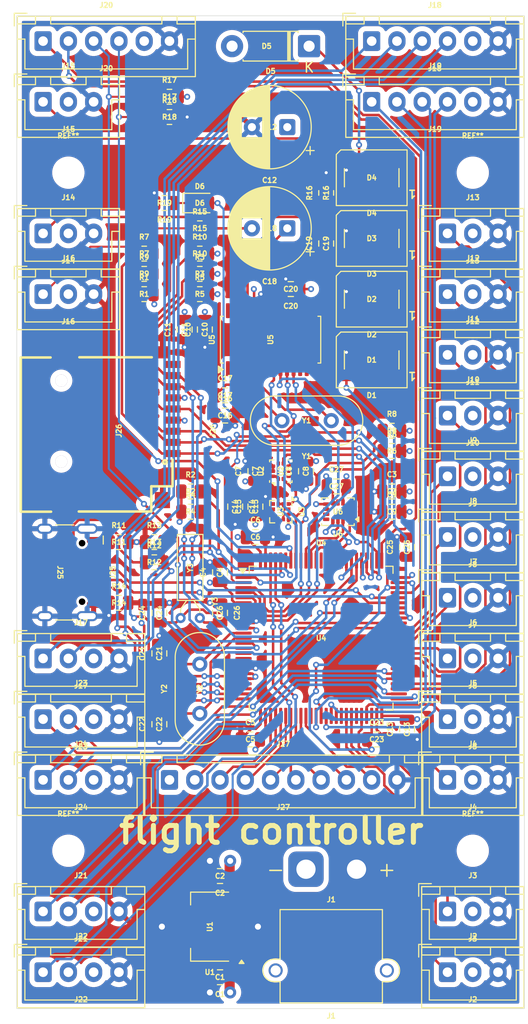
<source format=kicad_pcb>
(kicad_pcb (version 20241229) (generator "pcbnew") (generator_version "9.0")
  (layers (0 "F.Cu" signal) (4 "In1.Cu" signal) (6 "In2.Cu" signal) (2 "B.Cu" signal) (13 "F.Paste" user) (15 "B.Paste" user) (5 "F.SilkS" user "F.Silkscreen") (7 "B.SilkS" user "B.Silkscreen") (1 "F.Mask" user) (3 "B.Mask" user) (25 "Edge.Cuts" user))
  (net 0 "")
  (net 1 "GND")
  (net 2 "+5V")
  (net 3 "+3.3V")
  (net 4 "Net-(U3-C1)")
  (net 5 "Net-(C18-Pad2)")
  (net 6 "Net-(U5-SAG)")
  (net 7 "Net-(U5-VIN)")
  (net 8 "/VIDEO_IN")
  (net 9 "/OSC_IN")
  (net 10 "/OSC_OUT")
  (net 11 "/VCAP")
  (net 12 "/OSC_32_IN")
  (net 13 "/OSC_32_OUT")
  (net 14 "/SD_D1")
  (net 15 "/SD_D3")
  (net 16 "/SD_D0")
  (net 17 "/SD_CMD")
  (net 18 "/SD_CK")
  (net 19 "/SD_D2")
  (net 20 "/M1")
  (net 21 "/M2")
  (net 22 "/M3")
  (net 23 "/M4")
  (net 24 "/M5")
  (net 25 "/M6")
  (net 26 "/M7")
  (net 27 "/M8")
  (net 28 "/M9")
  (net 29 "/M10")
  (net 30 "/M11")
  (net 31 "/M12")
  (net 32 "/LED")
  (net 33 "/VIDEO_OUT")
  (net 34 "/I2C4_SCL")
  (net 35 "/I2C4_SDA")
  (net 36 "/UART2_RTS")
  (net 37 "/UART2_TX")
  (net 38 "/UART2_RX")
  (net 39 "/UART2_CTS")
  (net 40 "/UART7_TX")
  (net 41 "/UART7_CTS")
  (net 42 "/UART7_RX")
  (net 43 "/UART7_RTS")
  (net 44 "/NRST")
  (net 45 "/SWDIO")
  (net 46 "/SWCLK")
  (net 47 "/BOOT0")
  (net 48 "/A7")
  (net 49 "/A2")
  (net 50 "/A6")
  (net 51 "/A1")
  (net 52 "/A8")
  (net 53 "/A4")
  (net 54 "/A3")
  (net 55 "/A5")
  (net 56 "/UART3_TX")
  (net 57 "/UART3_RX")
  (net 58 "/UART4_TX")
  (net 59 "/UART4_RX")
  (net 60 "/UART5_TX")
  (net 61 "/UART5_RX")
  (net 62 "/UART8_TX")
  (net 63 "/UART8_RX")
  (net 64 "/I2C_SCL")
  (net 65 "/I2C_SDA")
  (net 66 "/VBUS")
  (net 67 "/VBUS_SENSE")
  (net 71 "/IMU_CS")
  (net 72 "/OSI_SCK")
  (net 84 "/ARM_LED")
  (net 86 "/OSI_MISO")
  (net 87 "/IMU_SCK")
  (net 89 "/OSI_MOSI")
  (net 91 "/OSI_CS")
  (net 92 "/IMU_MOSI")
  (net 95 "/IMU_MISO")
  (net 97 "Net-(U5-XFB)")
  (net 102 "Net-(U5-CLKIN)")
  (net 119 "/USB_DN")
  (net 120 "/USB_DP")
  (net 121 "Net-(J25-CC2)")
  (net 122 "Net-(D1-DOUT)")
  (net 123 "Net-(D1-VDD)")
  (net 124 "Net-(D2-DOUT)")
  (net 125 "Net-(D3-DOUT)")
  (net 126 "Net-(D4-DOUT)")
  (net 127 "Net-(J25-CC1)")
  (net 128 "Net-(D6-K)")
  (footprint "Crystal:Crystal_DS26_D2.0mm_L6.0mm_Horizontal" (layer "F.Cu") (at 140 122.505 180)
    (property "Reference" "Y3")
    (property "Value" "32.768kHz")
  )
  (footprint "LED_SMD:LED_0805_2012Metric" (layer "F.Cu") (at 140 81.5)
    (property "Reference" "D6")
    (property "Value" "LED")
  )
  (footprint "Package_LGA:LGA-14_3x2.5mm_P0.5mm_LayoutBorder3x4y" (layer "F.Cu") (at 153.6625 112 180)
    (property "Reference" "U6")
    (property "Value" "ICM-42688-P")
  )
  (footprint "Resistor_SMD:R_0805_2012Metric" (layer "F.Cu") (at 140 88.5)
    (property "Reference" "R3")
    (property "Value" "10K")
  )
  (footprint "Capacitor_SMD:C_0805_2012Metric" (layer "F.Cu") (at 160.5 133.5 90)
    (property "Reference" "C13")
    (property "Value" "100nF")
  )
  (footprint "Connector_JST:JST_XH_B3B-XH-A_1x03_P2.50mm_Vertical" (layer "F.Cu") (at 164.5 114.5)
    (property "Reference" "J8")
    (property "Value" "M7")
  )
  (footprint "Capacitor_THT:CP_Radial_D8.0mm_P3.50mm" (layer "F.Cu") (at 148.652651 74 180)
    (property "Reference" "C12")
    (property "Value" "1000uF")
  )
  (footprint "MountingHole:MountingHole_2.7mm_M2.5" (layer "F.Cu") (at 167 78.5)
    (property "Reference" "REF**")
    (property "Value" "MountingHole_2.7mm_M2.5")
  )
  (footprint "Capacitor_THT:CP_Radial_D8.0mm_P3.50mm" (layer "F.Cu") (at 148.652651 84 180)
    (property "Reference" "C18")
    (property "Value" "470uF")
  )
  (footprint "Connector_JST:JST_XH_B3B-XH-A_1x03_P2.50mm_Vertical" (layer "F.Cu") (at 164.5 138.5)
    (property "Reference" "J4")
    (property "Value" "M3")
  )
  (footprint "lcsc:TF-SMD_TF-PUSH" (layer "F.Cu") (at 132 104 -90)
    (property "Reference" "J26")
    (property "Value" "Micro_SD_Card")
  )
  (footprint "LED_SMD:LED_WS2812B_PLCC4_5.0x5.0mm_P3.2mm" (layer "F.Cu") (at 157 85 180)
    (property "Reference" "D3")
    (property "Value" "WS2812B")
  )
  (footprint "Capacitor_SMD:C_0805_2012Metric" (layer "F.Cu") (at 145 134.5)
    (property "Reference" "C5")
    (property "Value" "100nF")
  )
  (footprint "Capacitor_SMD:C_0805_2012Metric" (layer "F.Cu") (at 159 110)
    (property "Reference" "C3")
    (property "Value" "1uF")
  )
  (footprint "Connector_JST:JST_XH_B4B-XH-A_1x04_P2.50mm_Vertical" (layer "F.Cu") (at 124.5 151.5)
    (property "Reference" "J21")
    (property "Value" "UART5")
  )
  (footprint "Capacitor_SMD:C_0805_2012Metric" (layer "F.Cu") (at 142 122 -90)
    (property "Reference" "C26")
    (property "Value" "15pF")
  )
  (footprint "Resistor_SMD:R_0805_2012Metric" (layer "F.Cu") (at 139.0875 110)
    (property "Reference" "R2")
    (property "Value" "4.7K")
  )
  (footprint "Capacitor_SMD:C_0805_2012Metric" (layer "F.Cu") (at 160.5 115.5 90)
    (property "Reference" "C25")
    (property "Value" "2.2uF")
  )
  (footprint "Resistor_SMD:R_0805_2012Metric" (layer "F.Cu") (at 137 73)
    (property "Reference" "R18")
    (property "Value" "10K")
  )
  (footprint "Connector_JST:JST_XH_B3B-XH-A_1x03_P2.50mm_Vertical" (layer "F.Cu") (at 164.5 90.5)
    (property "Reference" "J12")
    (property "Value" "M11")
  )
  (footprint "Resistor_SMD:R_0805_2012Metric" (layer "F.Cu") (at 159 104)
    (property "Reference" "R8")
    (property "Value" "4.7K")
  )
  (footprint "MountingHole:MountingHole_2.7mm_M2.5" (layer "F.Cu") (at 167 145.5)
    (property "Reference" "REF**")
    (property "Value" "MountingHole_2.7mm_M2.5")
  )
  (footprint "Resistor_SMD:R_0805_2012Metric" (layer "F.Cu") (at 140 90.5)
    (property "Reference" "R5")
    (property "Value" "10K")
  )
  (footprint "Diode_THT:D_DO-41_SOD81_P7.62mm_Horizontal" (layer "F.Cu") (at 150.81 66 180)
    (property "Reference" "D5")
    (property "Value" "1N4001")
  )
  (footprint "Connector_JST:JST_XH_B3B-XH-A_1x03_P2.50mm_Vertical" (layer "F.Cu") (at 124.5 71.5)
    (property "Reference" "J15")
    (property "Value" "LED Strip")
  )
  (footprint "Capacitor_SMD:C_0805_2012Metric" (layer "F.Cu") (at 159 112)
    (property "Reference" "C9")
    (property "Value" "100nF")
  )
  (footprint "Capacitor_SMD:C_0805_2012Metric" (layer "F.Cu") (at 152.5 85.5 90)
    (property "Reference" "C19")
    (property "Value" "100nF")
  )
  (footprint "Capacitor_SMD:C_0805_2012Metric" (layer "F.Cu") (at 138.5 94 90)
    (property "Reference" "C11")
    (property "Value" "100Nf")
  )
  (footprint "Connector_JST:JST_XH_B10B-XH-A_1x10_P2.50mm_Vertical" (layer "F.Cu") (at 137 138.5)
    (property "Reference" "J27")
    (property "Value" "GPIO")
  )
  (footprint "Connector_JST:JST_XH_B4B-XH-A_1x04_P2.50mm_Vertical" (layer "F.Cu") (at 124.5 132.5)
    (property "Reference" "J23")
    (property "Value" "UART3")
  )
  (footprint "Connector_JST:JST_XH_B3B-XH-A_1x03_P2.50mm_Vertical" (layer "F.Cu") (at 124.5 90.5)
    (property "Reference" "J16")
    (property "Value" "Video Out")
  )
  (footprint "Resistor_SMD:R_0805_2012Metric" (layer "F.Cu") (at 132 121)
    (property "Reference" "R14")
    (property "Value" "5.1K")
  )
  (footprint "Package_LGA:LGA-12_2x2mm_P0.5mm" (layer "F.Cu") (at 148.0125 112 -90)
    (property "Reference" "U3")
    (property "Value" "LIS3MDLTR")
  )
  (footprint "Package_LGA:ST_HLGA-10_2x2mm_P0.5mm_LayoutBorder3x2y" (layer "F.Cu") (at 148.0125 108 90)
    (property "Reference" "U2")
    (property "Value" "BMP388")
  )
  (footprint "Package_QFP:LQFP-100_14x14mm_P0.5mm" (layer "F.Cu") (at 152 124.5)
    (property "Reference" "U4")
    (property "Value" "STM32H743VITx")
  )
  (footprint "Capacitor_SMD:C_0805_2012Metric" (layer "F.Cu") (at 136 126 90)
    (property "Reference" "C21")
    (property "Value" "33pF")
  )
  (footprint "LED_SMD:LED_WS2812B_PLCC4_5.0x5.0mm_P3.2mm" (layer "F.Cu") (at 157 97 180)
    (property "Reference" "D1")
    (property "Value" "WS2812B")
  )
  (footprint "Capacitor_SMD:C_0805_2012Metric" (layer "F.Cu") (at 153.5 109.5)
    (property "Reference" "C27")
    (property "Value" "100nF")
  )
  (footprint "LED_SMD:LED_WS2812B_PLCC4_5.0x5.0mm_P3.2mm" (layer "F.Cu") (at 157 91 180)
    (property "Reference" "D2")
    (property "Value" "WS2812B")
  )
  (footprint "Resistor_SMD:R_0805_2012Metric" (layer "F.Cu") (at 132 115)
    (property "Reference" "R11")
    (property "Value" "5.1K")
  )
  (footprint "Capacitor_SMD:C_0805_2012Metric" (layer "F.Cu") (at 142 148 180)
    (property "Reference" "C2")
    (property "Value" "4.7uF")
  )
  (footprint "Capacitor_SMD:C_0805_2012Metric" (layer "F.Cu") (at 149 90 180)
    (property "Reference" "C20")
    (property "Value" "100nF")
  )
  (footprint "Capacitor_SMD:C_0805_2012Metric" (layer "F.Cu") (at 140.5 94 90)
    (property "Reference" "C10")
    (property "Value" "1uF")
  )
  (footprint "Connector_AMASS:AMASS_XT30PW-M_1x02_P2.50mm_Horizontal" (layer "F.Cu") (at 150.5 147.325 180)
    (property "Reference" "J1")
    (property "Value" "Input Power")
  )
  (footprint "Connector_JST:JST_XH_B3B-XH-A_1x03_P2.50mm_Vertical" (layer "F.Cu") (at 164.5 96.5)
    (property "Reference" "J11")
    (property "Value" "M10")
  )
  (footprint "Resistor_SMD:R_0805_2012Metric" (layer "F.Cu") (at 135.5 117)
    (property "Reference" "R12")
    (property "Value" "5.6K")
  )
  (footprint "Connector_JST:JST_XH_B6B-XH-A_1x06_P2.50mm_Vertical" (layer "F.Cu") (at 157 71.5)
    (property "Reference" "J19")
    (property "Value" "UART7")
  )
  (footprint "Connector_JST:JST_XH_B3B-XH-A_1x03_P2.50mm_Vertical" (layer "F.Cu") (at 124.5 84.5)
    (property "Reference" "J14")
    (property "Value" "Video In")
  )
  (footprint "Connector_JST:JST_XH_B3B-XH-A_1x03_P2.50mm_Vertical" (layer "F.Cu") (at 164.5 84.5)
    (property "Reference" "J13")
    (property "Value" "M12")
  )
  (footprint "Capacitor_SMD:C_0805_2012Metric" (layer "F.Cu") (at 157.5 134.5)
    (property "Reference" "C23")
    (property "Value" "2.2uF")
  )
  (footprint "Connector_JST:JST_XH_B4B-XH-A_1x04_P2.50mm_Vertical" (layer "F.Cu") (at 124.5 138.5)
    (property "Reference" "J24")
    (property "Value" "UART4")
  )
  (footprint "Connector_JST:JST_XH_B6B-XH-A_1x06_P2.50mm_Vertical" (layer "F.Cu") (at 124.5 65.5)
    (property "Reference" "J20")
    (property "Value" "SWD")
  )
  (footprint "Crystal:Crystal_HC49-U_Vertical" (layer "F.Cu") (at 140 131.94 90)
    (property "Reference" "Y2")
    (property "Value" "16MHz")
  )
  (footprint "Package_TO_SOT_SMD:SOT-223" (layer "F.Cu") (at 141 153 180)
    (property "Reference" "U1")
    (property "Value" "AP2114HA-3.3TRG1")
  )
  (footprint "Resistor_SMD:R_0805_2012Metric" (layer "F.Cu") (at 159 106)
    (property "Reference" "R6")
    (property "Value" "4.7K")
  )
  (footprint "Capacitor_SMD:C_0805_2012Metric" (layer "F.Cu") (at 136 122 90)
    (property "Reference" "C24")
    (property "Value" "15pF")
  )
  (footprint "Connector_JST:JST_XH_B4B-XH-A_1x04_P2.50mm_Vertical" (layer "F.Cu") (at 124.5 126.5)
    (property "Reference" "J17")
    (property "Value" "I2C4")
  )
  (footprint "Connector_USB:USB_C_Receptacle_HCTL_HC-TYPE-C-16P-01A" (layer "F.Cu") (at 125.75 118 -90)
    (property "Reference" "J25")
    (property "Value" "USB_C_Receptacle_USB2.0_16P")
  )
  (footprint "Connector_JST:JST_XH_B3B-XH-A_1x03_P2.50mm_Vertical" (layer "F.Cu") (at 164.5 102.5)
    (property "Reference" "J10")
    (property "Value" "M9")
  )
  (footprint "Capacitor_SMD:C_0805_2012Metric" (layer "F.Cu") (at 143.5 111.5 -90)
    (property "Reference" "C14")
    (property "Value" "100nF")
  )
  (footprint "Connector_JST:JST_XH_B3B-XH-A_1x03_P2.50mm_Vertical" (layer "F.Cu") (at 164.5 108.5)
    (property "Reference" "J9")
    (property "Value" "M8")
  )
  (footprint "Resistor_SMD:R_0805_2012Metric" (layer "F.Cu") (at 152.5 80.5 90)
    (property "Reference" "R16")
    (property "Value" "75")
  )
  (footprint "Resistor_SMD:R_0805_2012Metric" (layer "F.Cu") (at 136.5 81.5 180)
    (property "Reference" "R19")
    (property "Value" "56")
  )
  (footprint "Resistor_SMD:R_0805_2012Metric" (layer "F.Cu") (at 137 71)
    (property "Reference" "R17")
    (property "Value" "10K")
  )
  (footprint "Capacitor_SMD:C_0805_2012Metric" (layer "F.Cu") (at 145.5 114.5)
    (property "Reference" "C6")
    (property "Value" "100nF")
  )
  (footprint "Connector_JST:JST_XH_B3B-XH-A_1x03_P2.50mm_Vertical" (layer "F.Cu") (at 164.5 132.5)
    (property "Reference" "J5")
    (property "Value" "M4")
  )
  (footprint "MountingHole:MountingHole_2.7mm_M2.5" (layer "F.Cu") (at 127 145.5)
    (property "Reference" "REF**")
    (property "Value" "MountingHole_2.7mm_M2.5")
  )
  (footprint "LED_SMD:LED_WS2812B_PLCC4_5.0x5.0mm_P3.2mm" (layer "F.Cu") (at 157 79 180)
    (property "Reference" "D4")
    (property "Value" "WS2812B")
  )
  (footprint "Connector_JST:JST_XH_B3B-XH-A_1x03_P2.50mm_Vertical" (layer "F.Cu") (at 164.5 157.5)
    (property "Reference" "J2")
    (property "Value" "M1")
  )
  (footprint "Connector_JST:JST_XH_B4B-XH-A_1x04_P2.50mm_Vertical" (layer "F.Cu") (at 124.5 157.5)
    (property "Reference" "J22")
    (property "Value" "UART8")
  )
  (footprint "Resistor_SMD:R_0805_2012Metric" (layer "F.Cu") (at 135.5 115)
    (property "Reference" "R13")
    (property "Value" "10K")
  )
  (footprint "Capacitor_SMD:C_0805_2012Metric" (layer "F.Cu") (at 142 158 180)
    (property "Reference" "C1")
    (property "Value" "4.7uF")
  )
  (footprint "Capacitor_SMD:C_0805_2012Metric" (layer "F.Cu") (at 150.5 108 90)
    (property "Reference" "C8")
    (property "Value" "100nF")
  )
  (footprint "Connector_JST:JST_XH_B3B-XH-A_1x03_P2.50mm_Vertical" (layer "F.Cu") (at 164.5 151.5)
    (property "Reference" "J3")
    (property "Value" "M2")
  )
  (footprint "Capacitor_SMD:C_0805_2012Metric" (layer "F.Cu") (at 142.5 100.5)
    (property "Reference" "C17")
    (property "Value" "100nF")
  )
  (footprint "Capacitor_SMD:C_0805_2012Metric" (layer "F.Cu") (at 142.5 102.5)
    (property "Reference" "C16")
    (property "Value" "1uF")
  )
  (footprint "Capacitor_SMD:C_0805_2012Metric" (layer "F.Cu") (at 145.5 111.5 90)
    (property "Reference" "C15")
    (property "Value" "100nF")
  )
  (footprint "Resistor_SMD:R_0805_2012Metric" (layer "F.Cu") (at 139.0875 112)
    (property "Reference" "R4")
    (property "Value" "4.7K")
  )
  (footprint "Connector_JST:JST_XH_B3B-XH-A_1x03_P2.50mm_Vertical" (layer "F.Cu") (at 164.5 120.5)
    (property "Reference" "J7")
    (property "Value" "M6")
  )
  (footprint "Crystal:Crystal_HC49-U_Vertical" (layer "F.Cu") (at 153 103 180)
    (property "Reference" "Y1")
    (property "Value" "27MHz")
  )
  (footprint "Connector_JST:JST_XH_B6B-XH-A_1x06_P2.50mm_Vertical" (layer "F.Cu") (at 157 65.5)
    (property "Reference" "J18")
    (property "Value" "UART2")
  )
  (footprint "Resistor_SMD:R_0805_2012Metric" (layer "F.Cu") (at 134.5 88.5)
    (property "Reference" "R9")
    (property "Value" "10K")
  )
  (footprint "Resistor_SMD:R_0805_2012Metric" (layer "F.Cu") (at 134.5 86.5)
    (property "Reference" "R7")
    (property "Value" "10K")
  )
  (footprint "Resistor_SMD:R_0805_2012Metric" (layer "F.Cu") (at 134.5 90.5)
    (property "Reference" "R1")
    (property "Value" "10K")
  )
  (footprint "Capacitor_SMD:C_0805_2012Metric" (layer "F.Cu") (at 142 118 90)
    (property "Reference" "C4")
    (property "Value" "100nF")
  )
  (footprint "Package_SO:TSSOP-28-1EP_4.4x9.7mm_P0.65mm_EP2.85x6.7mm" (layer "F.Cu") (at 147 95 90)
    (property "Reference" "U5")
    (property "Value" "AT7456E")
  )
  (footprint "Capacitor_SMD:C_0805_2012Metric" (layer "F.Cu") (at 145.5 108 90)
    (property "Reference" "C7")
    (property "Value" "100nF")
  )
  (footprint "Capacitor_SMD:C_0805_2012Metric" (layer "F.Cu") (at 136 133 90)
    (property "Reference" "C22")
    (property "Value" "33pF")
  )
  (footprint "MountingHole:MountingHole_2.7mm_M2.5" (layer "F.Cu") (at 127 78.5)
    (property "Reference" "REF**")
    (property "Value" "MountingHole_2.7mm_M2.5")
  )
  (footprint "Resistor_SMD:R_0805_2012Metric" (layer "F.Cu") (at 140 86.5)
    (property "Reference" "R10")
    (property "Value" "10K")
  )
  (footprint "Connector_JST:JST_XH_B3B-XH-A_1x03_P2.50mm_Vertical" (layer "F.Cu") (at 164.5 126.5)
    (property "Reference" "J6")
    (property "Value" "M5")
  )
  (footprint "Resistor_SMD:R_0805_2012Metric" (layer "F.Cu") (at 140 84)
    (property "Reference" "R15")
    (property "Value" "75")
  )
  (gr_rect (start 121.9 63) (end 172.1 161.1) (stroke (width 0.05)) (fill no) (layer "Edge.Cuts"))
  (gr_text "flight controller" (at 131.75 145 0) (layer "F.SilkS") (effects (font (size 2.5 2.5) (thickness 0.5) (bold yes)) (justify left bottom)))
  (segment (start 158.05 112) (end 157.25 112) (width 0.25) (layer "F.Cu") (net 1))
  (segment (start 147.98 92.13) (end 147.98 90.07) (width 0.25) (layer "F.Cu") (net 1))
  (segment (start 147.7625 110.7625) (end 147.495 110.495) (width 0.25) (layer "F.Cu") (net 1))
  (segment (start 135.5875 81.5) (end 135.5875 80.5875) (width 0.2) (layer "F.Cu") (net 1))
  (segment (start 147.495 110.495) (end 146.500172 110.495) (width 0.25) (layer "F.Cu") (net 1))
  (segment (start 152.55 109.5) (end 153.1625 110.1125) (width 0.25) (layer "F.Cu") (net 1))
  (segment (start 146 132.175) (end 146 133) (width 0.25) (layer "F.Cu") (net 1))
  (segment (start 142 117.05) (end 141.05 117.05) (width 0.25) (layer "F.Cu") (net 1))
  (segment (start 144.325 127.5) (end 145.485628 127.5) (width 0.25) (layer "F.Cu") (net 1))
  (segment (start 147.98 90.07) (end 148.05 90) (width 0.25) (layer "F.Cu") (net 1))
  (segment (start 142 121.05) (end 141.05 121.05) (width 0.25) (layer "F.Cu") (net 1))
  (segment (start 143.5 112.45) (end 143.5 113.25) (width 0.25) (layer "F.Cu") (net 1))
  (segment (start 144.55 107.05) (end 144.5 107) (width 0.25) (layer "F.Cu") (net 1))
  (segment (start 154.55 96.2) (end 154.5 96.25) (width 0.25) (layer "F.Cu") (net 1))
  (segment (start 141.05 146.55) (end 141 146.5) (width 1) (layer "F.Cu") (net 1))
  (segment (start 148.05 90) (end 148.05 89.45) (width 0.25) (layer "F.Cu") (net 1))
  (segment (start 145.101 133.449) (end 144.05 134.5) (width 0.25) (layer "F.Cu") (net 1))
  (segment (start 144.325 123) (end 145.373703 123) (width 0.25) (layer "F.Cu") (net 1))
  (segment (start 132.9125 115) (end 133.75 115) (width 0.25) (layer "F.Cu") (net 1))
  (segment (start 144.72 99.23) (end 144.72 97.87) (width 0.25) (layer "F.Cu") (net 1))
  (segment (start 150.05 108.5) (end 150.5 108.95) (width 0.25) (layer "F.Cu") (net 1))
  (segment (start 141.05 148) (end 141.05 146.55) (width 1) (layer "F.Cu") (net 1))
  (segment (start 146.02 92.13) (end 146.02 90.535) (width 0.25) (layer "F.Cu") (net 1))
  (segment (start 131.6625 122.25) (end 131 122.25) (width 0.25) (layer "F.Cu") (net 1))
  (segment (start 147.7625 111.2375) (end 147.7625 110.7625) (width 0.25) (layer "F.Cu") (net 1))
  (segment (start 160.45 134.5) (end 160.5 134.45) (width 0.25) (layer "F.Cu") (net 1))
  (segment (start 160.5 134.45) (end 161.45 134.45) (width 0.25) (layer "F.Cu") (net 1))
  (segment (start 143.45 102.5) (end 143.45 103.45) (width 0.25) (layer "F.Cu") (net 1))
  (segment (start 133.75 115) (end 134.5875 115) (width 0.25) (layer "F.Cu") (net 1))
  (segment (start 149 107) (end 149 107.275) (width 0.25) (layer "F.Cu") (net 1))
  (segment (start 149 107.275) (end 148.775 107.5) (width 0.25) (layer "F.Cu") (net 1))
  (segment (start 146.445172 110.55) (end 146.500172 110.495) (width 0.25) (layer "F.Cu") (net 1))
  (segment (start 145.5 110.55) (end 146.445172 110.55) (width 0.25) (layer "F.Cu") (net 1))
  (segment (start 157.5 132.175) (end 157.5 133.55) (width 0.25) (layer "F.Cu") (net 1))
  (segment (start 150.5 108.95) (end 150.5 109.75) (width 0.25) (layer "F.Cu") (net 1))
  (segment (start 141.05 159.45) (end 141 159.5) (width 1) (layer "F.Cu") (net 1))
  (segment (start 148.2625 111.75) (end 148.2625 111.2375) (width 0.25) (layer "F.Cu") (net 1))
  (segment (start 140.5 94.95) (end 140.5 95.75) (width 0.25) (layer "F.Cu") (net 1))
  (segment (start 141.05 158) (end 141.05 159.45) (width 1) (layer "F.Cu") (net 1))
  (segment (start 145.5 107.05) (end 146.8 107.05) (width 0.25) (layer "F.Cu") (net 1))
  (segment (start 158.05 110) (end 157.25 110) (width 0.25) (layer "F.Cu") (net 1))
  (segment (start 161.45 134.45) (end 161.5 134.5) (width 0.25) (layer "F.Cu") (net 1))
  (segment (start 137.9125 73) (end 138.75 73) (width 0.25) (layer "F.Cu") (net 1))
  (segment (start 154.55 95.35) (end 154.55 96.2) (width 0.25) (layer "F.Cu") (net 1))
  (segment (start 146 133) (end 145.551 133.449) (width 0.25) (layer "F.Cu") (net 1))
  (segment (start 146.02 90.535) (end 146.055 90.5) (width 0.25) (layer "F.Cu") (net 1))
  (segment (start 148.05 89.45) (end 148.5 89) (width 0.25) (layer "F.Cu") (net 1))
  (segment (start 152.5 79.5875) (end 152.5 78.5) (width 0.25) (layer "F.Cu") (net 1))
  (segment (start 144.15 153) (end 145.75 153) (width 1) (layer "F.Cu") (net 1))
  (segment (start 143.45 103.45) (end 143.5 103.5) (width 0.25) (layer "F.Cu") (net 1))
  (segment (start 137 121) (end 136.95 121.05) (width 0.25) (layer "F.Cu") (net 1))
  (segment (start 159.55 114.55) (end 159.5 114.5) (width 0.25) (layer "F.Cu") (net 1))
  (segment (start 132.9125 121) (end 131.6625 122.25) (width 0.25) (layer "F.Cu") (net 1))
  (segment (start 136.95 121.05) (end 136 121.05) (width 0.25) (layer "F.Cu") (net 1))
  (segment (start 143.45 100.5) (end 143.45 102.5) (width 0.25) (layer "F.Cu") (net 1))
  (segment (start 135.5875 80.5875) (end 135.5 80.5) (width 0.2) (layer "F.Cu") (net 1))
  (segment (start 148.2625 111.2375) (end 147.7625 111.2375) (width 0.25) (layer "F.Cu") (net 1))
  (segment (start 146.5 116.825) (end 146.5 114.55) (width 0.25) (layer "F.Cu") (net 1))
  (segment (start 137.85 153) (end 136.25 153) (width 1) (layer "F.Cu") (net 1))
  (segment (start 146.5 114.55) (end 146.45 114.5) (width 0.25) (layer "F.Cu") (net 1))
  (segment (start 152.55 109.5) (end 152.55 108.55) (width 0.25) (layer "F.Cu") (net 1))
  (segment (start 145.551 133.449) (end 145.101 133.449) (width 0.25) (layer "F.Cu") (net 1))
  (segment (start 154.55 77.35) (end 154.55 78.2) (width 0.25) (layer "F.Cu") (net 1))
  (segment (start 137.3 100.75) (end 138.5 100.75) (width 0.25) (layer "F.Cu") (net 1))
  (segment (start 148.2625 112.7625) (end 148.2625 111.75) (width 0.25) (layer "F.Cu") (net 1))
  (segment (start 147.25 108) (end 147.25 107.5) (width 0.25) (layer "F.Cu") (net 1))
  (segment (start 145.5 107.05) (end 144.55 107.05) (width 0.25) (layer "F.Cu") (net 1))
  (segment (start 159.675 119) (end 160.939646 119) (width 0.25) (layer "F.Cu") (net 1))
  (segment (start 141.05 121.05) (end 141 121) (width 0.25) (layer "F.Cu") (net 1))
  (segment (start 153.1625 110.1125) (end 153.1625 111.0875) (width 0.25) (layer "F.Cu") (net 1))
  (segment (start 154.55 89.35) (end 154.55 90.2) (width 0.25) (layer "F.Cu") (net 1))
  (segment (start 154.55 83.35) (end 154.55 84.2) (width 0.25) (layer "F.Cu") (net 1))
  (segment (start 160.4 134.5) (end 160.5 134.4) (width 0.2) (layer "F.Cu") (net 1))
  (segment (start 146.8 107.05) (end 147.25 107.5) (width 0.25) (layer "F.Cu") (net 1))
  (segment (start 138.5 94.95) (end 138.5 95.75) (width 0.25) (layer "F.Cu") (net 1))
  (segment (start 158.45 134.5) (end 160.45 134.5) (width 0.25) (layer "F.Cu") (net 1))
  (segment (start 160.5 114.55) (end 159.55 114.55) (width 0.25) (layer "F.Cu") (net 1))
  (segment (start 154.55 78.2) (end 154.5 78.25) (width 0.25) (layer "F.Cu") (net 1))
  (segment (start 141.05 117.05) (end 141 117) (width 0.25) (layer "F.Cu") (net 1))
  (segment (start 145.485628 127.5) (end 145.52156 127.464068) (width 0.25) (layer "F.Cu") (net 1))
  (segment (start 154.55 90.2) (end 154.5 90.25) (width 0.25) (layer "F.Cu") (net 1))
  (segment (start 160.939646 119) (end 161.008626 119.06898) (width 0.25) (layer "F.Cu") (net 1))
  (segment (start 152.55 108.55) (end 152.5 108.5) (width 0.25) (layer "F.Cu") (net 1))
  (segment (start 153.6625 111.0875) (end 153.1625 111.0875) (width 0.25) (layer "F.Cu") (net 1))
  (segment (start 145.373703 123) (end 145.58564 122.788063) (width 0.25) (layer "F.Cu") (net 1))
  (segment (start 148.775 111.75) (end 148.2625 111.75) (width 0.25) (layer "F.Cu") (net 1))
  (segment (start 148.775 108.5) (end 150.05 108.5) (width 0.25) (layer "F.Cu") (net 1))
  (segment (start 136 133.95) (end 136 134.75) (width 0.25) (layer "F.Cu") (net 1))
  (segment (start 143.45 100.5) (end 144.72 99.23) (width 0.25) (layer "F.Cu") (net 1))
  (segment (start 154.55 84.2) (end 154.5 84.25) (width 0.25) (layer "F.Cu") (net 1))
  (segment (start 157.5 133.55) (end 158.45 134.5) (width 0.25) (layer "F.Cu") (net 1))
  (segment (start 146.45 114.5) (end 147.25 114.5) (width 0.25) (layer "F.Cu") (net 1))
  (segment (start 136 125.05) (end 136 124.25) (width 0.25) (layer "F.Cu") (net 1))
  (via (at 152.5 78.5) (size 0.6) (drill 0.3) (layers "F.Cu" "B.Cu") (net 1))
  (via (at 141 146.5) (size 1.2) (drill 0.6) (layers "F.Cu" "B.Cu") (net 1))
  (via (at 154.5 84.25) (size 0.6) (drill 0.3) (layers "F.Cu" "B.Cu") (net 1))
  (via (at 150.5 109.75) (size 0.6) (drill 0.3) (layers "F.Cu" "B.Cu") (net 1))
  (via (at 137 121) (size 0.6) (drill 0.3) (layers "F.Cu" "B.Cu") (net 1))
  (via (at 131 122.25) (size 0.6) (drill 0.3) (layers "F.Cu" "B.Cu") (net 1))
  (via (at 143.5 103.5) (size 0.6) (drill 0.3) (layers "F.Cu" "B.Cu") (net 1))
  (via (at 154.5 90.25) (size 0.6) (drill 0.3) (layers "F.Cu" "B.Cu") (net 1))
  (via (at 135.5 80.5) (size 0.6) (drill 0.3) (layers "F.Cu" "B.Cu") (net 1))
  (via (at 149 107) (size 0.6) (drill 0.3) (layers "F.Cu" "B.Cu") (net 1))
  (via (at 133.75 115) (size 0.6) (drill 0.3) (layers "F.Cu" "B.Cu") (net 1))
  (via (at 138.5 95.75) (size 0.6) (drill 0.3) (layers "F.Cu" "B.Cu") (net 1))
  (via (at 148.5 89) (size 0.6) (drill 0.3) (layers "F.Cu" "B.Cu") (net 1))
  (via (at 154.5 96.25) (size 0.6) (drill 0.3) (layers "F.Cu" "B.Cu") (net 1))
  (via (at 136.25 153) (size 1.2) (drill 0.6) (layers "F.Cu" "B.Cu") (net 1))
  (via (at 147.25 114.5) (size 0.6) (drill 0.3) (layers "F.Cu" "B.Cu") (net 1))
  (via (at 146.500172 110.495) (size 0.6) (drill 0.3) (layers "F.Cu" "B.Cu") (net 1))
  (via (at 146.055 90.5) (size 0.6) (drill 0.3) (layers "F.Cu" "B.Cu") (net 1))
  (via (at 154.5 78.25) (size 0.6) (drill 0.3) (layers "F.Cu" "B.Cu") (net 1))
  (via (at 157.25 112) (size 0.6) (drill 0.3) (layers "F.Cu" "B.Cu") (net 1))
  (via (at 136 134.75) (size 0.6) (drill 0.3) (layers "F.Cu" "B.Cu") (net 1))
  (via (at 152.5 108.5) (size 0.6) (drill 0.3) (layers "F.Cu" "B.Cu") (net 1))
  (via (at 143.5 113.25) (size 0.6) (drill 0.3) (layers "F.Cu" "B.Cu") (net 1))
  (via (at 157.25 110) (size 0.6) (drill 0.3) (layers "F.Cu" "B.Cu") (net 1))
  (via (at 144.5 107) (size 0.6) (drill 0.3) (layers "F.Cu" "B.Cu") (net 1))
  (via (at 145.75 153) (size 1.2) (drill 0.6) (layers "F.Cu" "B.Cu") (net 1))
  (via (at 141 117) (size 0.6) (drill 0.3) (layers "F.Cu" "B.Cu") (net 1))
  (via (at 145.58564 122.788063) (size 0.6) (drill 0.3) (layers "F.Cu" "B.Cu") (net 1))
  (via (at 136 124.25) (size 0.6) (drill 0.3) (layers "F.Cu" "B.Cu") (net 1))
  (via (at 161.5 134.5) (size 0.6) (drill 0.3) (layers "F.Cu" "B.Cu") (net 1))
  (via (at 140.5 95.75) (size 0.6) (drill 0.3) (layers "F.Cu" "B.Cu") (net 1))
  (via (at 161.008626 119.06898) (size 0.6) (drill 0.3) (layers "F.Cu" "B.Cu") (net 1))
  (via (at 159.5 114.5) (size 0.6) (drill 0.3) (layers "F.Cu" "B.Cu") (net 1))
  (via (at 145.52156 127.464068) (size 0.6) (drill 0.3) (layers "F.Cu" "B.Cu") (net 1))
  (via (at 138.75 73) (size 0.6) (drill 0.3) (layers "F.Cu" "B.Cu") (net 1))
  (via (at 141 159.5) (size 1.2) (drill 0.6) (layers "F.Cu" "B.Cu") (net 1))
  (via (at 138.5 100.75) (size 0.6) (drill 0.3) (layers "F.Cu" "B.Cu") (net 1))
  (via (at 141 121) (size 0.6) (drill 0.3) (layers "F.Cu" "B.Cu") (net 1))
  (segment (start 142.95 156.5) (end 144.15 155.3) (width 1) (layer "F.Cu") (net 2))
  (segment (start 142.95 159.45) (end 143 159.5) (width 1) (layer "F.Cu") (net 2))
  (segment (start 142.95 158) (end 142.95 156.5) (width 1) (layer "F.Cu") (net 2))
  (segment (start 142.95 158) (end 142.95 159.45) (width 1) (layer "F.Cu") (net 2))
  (via (at 143 159.5) (size 1.2) (drill 0.6) (layers "F.Cu" "B.Cu") (net 2))
  (segment (start 138.45 102.95) (end 138.5 103) (width 0.25) (layer "F.Cu") (net 3))
  (segment (start 148.2625 107.2375) (end 148.2625 106.7375) (width 0.25) (layer "F.Cu") (net 3))
  (segment (start 145.199997 128) (end 145.5 128.300003) (width 0.25) (layer "F.Cu") (net 3))
  (segment (start 135.4125 90.5) (end 135.4125 91.4125) (width 0.25) (layer "F.Cu") (net 3))
  (segment (start 149.049 88.374) (end 149.95 89.275) (width 0.25) (layer "F.Cu") (net 3))
  (segment (start 144.325 121) (end 143.455822 121) (width 0.25) (layer "F.Cu") (net 3))
  (segment (start 148.7625 113.4875) (end 148.7625 112.7625) (width 0.25) (layer "F.Cu") (net 3))
  (segment (start 154.1625 109.7875) (end 154.45 109.5) (width 0.25) (layer "F.Cu") (net 3))
  (segment (start 141.55 100.5) (end 141.55 102.5) (width 0.25) (layer "F.Cu") (net 3))
  (segment (start 145.95 134.5) (end 146.5 133.95) (width 0.25) (layer "F.Cu") (net 3))
  (segment (start 144.325 128.5) (end 145.300003 128.5) (width 0.25) (layer "F.Cu") (net 3))
  (segment (start 145.37 92.13) (end 145.37 90.025) (width 0.25) (layer "F.Cu") (net 3))
  (segment (start 147.25 108.5) (end 145.95 108.5) (width 0.25) (layer "F.Cu") (net 3))
  (segment (start 161.45 132.55) (end 161.5 132.5) (width 0.25) (layer "F.Cu") (net 3))
  (segment (start 148.63 91.32) (end 149.95 90) (width 0.25) (layer "F.Cu") (net 3))
  (segment (start 145.5 112.45) (end 145.5 113.25) (width 0.25) (layer "F.Cu") (net 3))
  (segment (start 147.33 92.13) (end 147.224 92.024) (width 0.25) (layer "F.Cu") (net 3))
  (segment (start 142 118.95) (end 141.05 118.95) (width 0.25) (layer "F.Cu") (net 3))
  (segment (start 143.606 99.449) (end 142.601 99.449) (width 0.25) (layer "F.Cu") (net 3))
  (segment (start 147.25 112.25) (end 145.7 112.25) (width 0.25) (layer "F.Cu") (net 3))
  (segment (start 145.364516 123.5) (end 145.591204 123.726688) (width 0.25) (layer "F.Cu") (net 3))
  (segment (start 148.2625 106.7375) (end 148.626 106.374) (width 0.25) (layer "F.Cu") (net 3))
  (segment (start 151.5 111.25) (end 152.5 111.25) (width 0.25) (layer "F.Cu") (net 3))
  (segment (start 138.175 112) (end 138.175 110) (width 0.25) (layer "F.Cu") (net 3))
  (segment (start 145.37 90.025) (end 145.345 90) (width 0.25) (layer "F.Cu") (net 3))
  (segment (start 154.45 108.55) (end 154.5 108.5) (width 0.25) (layer "F.Cu") (net 3))
  (segment (start 144.07 97.87) (end 144.07 98.985) (width 0.25) (layer "F.Cu") (net 3))
  (segment (start 137.3 102.95) (end 138.45 102.95) (width 0.25) (layer "F.Cu") (net 3))
  (segment (start 145.95 134.5) (end 145.95 135.05) (width 0.25) (layer "F.Cu") (net 3))
  (segment (start 159.95 112) (end 160.75 112) (width 0.25) (layer "F.Cu") (net 3))
  (segment (start 145.95 108.5) (end 145.5 108.95) (width 0.25) (layer "F.Cu") (net 3))
  (segment (start 140.9125 88.5) (end 141.75 88.5) (width 0.25) (layer "F.Cu") (net 3))
  (segment (start 138.175 112.825) (end 138 113) (width 0.25) (layer "F.Cu") (net 3))
  (segment (start 159.675 118.5) (end 160.75 118.5) (width 0.25) (layer "F.Cu") (net 3))
  (segment (start 154.1625 111.0875) (end 154.1625 109.7875) (width 0.25) (layer "F.Cu") (net 3))
  (segment (start 147.5 108.5) (end 147.7625 108.7625) (width 0.25) (layer "F.Cu") (net 3))
  (segment (start 140.9125 86.5) (end 141.75 86.5) (width 0.25) (layer "F.Cu") (net 3))
  (segment (start 160.5 132.55) (end 161.45 132.55) (width 0.25) (layer "F.Cu") (net 3))
  (segment (start 144.325 123.5) (end 145.364516 123.5) (width 0.25) (layer "F.Cu") (net 3))
  (segment (start 142.95 149.5) (end 144.15 150.7) (width 1) (layer "F.Cu") (net 3))
  (segment (start 146 116.825) (end 146 115.95) (width 0.25) (layer "F.Cu") (net 3))
  (segment (start 147.224 92.024) (end 147.224 89.279486) (width 0.25) (layer "F.Cu") (net 3))
  (segment (start 160.75 118.5) (end 161 118.25) (width 0.25) (layer "F.Cu") (net 3))
  (segment (start 140.9125 90.5) (end 141.75 90.5) (width 0.25) (layer "F.Cu") (net 3))
  (segment (start 142.601 99.449) (end 141.55 100.5) (width 0.25) (layer "F.Cu") (net 3))
  (segment (start 150.5 107.05) (end 151.45 107.05) (width 0.25) (layer "F.Cu") (net 3))
  (segment (start 147.25 108.5) (end 147.5 108.5) (width 0.25) (layer "F.Cu") (net 3))
  (segment (start 144.325 128) (end 145.199997 128) (width 0.25) (layer "F.Cu") (net 3))
  (segment (start 149.95 89.275) (end 149.95 90) (width 0.25) (layer "F.Cu") (net 3))
  (segment (start 147.224 89.279486) (end 148.129486 88.374) (width 0.25) (layer "F.Cu") (net 3))
  (segment (start 149.95 90) (end 151 90) (width 0.25) (layer "F.Cu") (net 3))
  (segment (start 135.4125 86.5) (end 135.4125 88.5) (width 0.25) (layer "F.Cu") (net 3))
  (segment (start 148.63 92.13) (end 148.63 91.32) (width 0.25) (layer "F.Cu") (net 3))
  (segment (start 142.95 148) (end 142.95 149.5) (width 1) (layer "F.Cu") (net 3))
  (segment (start 141.55 103.45) (end 141.5 103.5) (width 0.25) (layer "F.Cu") (net 3))
  (segment (start 135.4125 88.5) (end 135.4125 90.5) (width 0.25) (layer "F.Cu") (net 3))
  (segment (start 135.4125 91.4125) (end 135.5 91.5) (width 0.25) (layer "F.Cu") (net 3))
  (segment (start 142.95 148) (end 142.95 146.55) (width 1) (layer "F.Cu") (net 3))
  (segment (start 144.55 114.5) (end 143.75 114.5) (width 0.25) (layer "F.Cu") (net 3))
  (segment (start 154.45 109.5) (end 154.45 108.55) (width 0.25) (layer "F.Cu") (net 3))
  (segment (start 145.7 112.25) (end 145.5 112.45) (width 0.25) (layer "F.Cu") (net 3))
  (segment (start 137.9125 71) (end 138.75 71) (width 0.25) (layer "F.Cu") (net 3))
  (segment (start 142.95 146.55) (end 143 146.5) (width 1) (layer "F.Cu") (net 3))
  (segment (start 144.07 98.985) (end 143.606 99.449) (width 0.25) (layer "F.Cu") (net 3))
  (segment (start 159.95 110) (end 160.75 110) (width 0.25) (layer "F.Cu") (net 3))
  (segment (start 159.9125 104) (end 160.75 104) (width 0.25) (layer "F.Cu") (net 3))
  (segment (start 145.300003 128.5) (end 145.5 128.300003) (width 0.25) (layer "F.Cu") (net 3))
  (segment (start 140.5 93.05) (end 140.5 92.25) (width 0.25) (layer "F.Cu") (net 3))
  (segment (start 147.25 111.75) (end 147.25 112.25) (width 0.25) (layer "F.Cu") (net 3))
  (segment (start 138.5 93.05) (end 138.5 92.25) (width 0.25) (layer "F.Cu") (net 3))
  (segment (start 149.824 106.374) (end 150.5 107.05) (width 0.25) (layer "F.Cu") (net 3))
  (segment (start 146 115.95) (end 144.55 114.5) (width 0.25) (layer "F.Cu") (net 3))
  (segment (start 148.75 113.5) (end 148.7625 113.4875) (width 0.25) (layer "F.Cu") (net 3))
  (segment (start 143.199 120.149) (end 142 118.95) (width 0.25) (layer "F.Cu") (net 3))
  (segment (start 144.55 108.95) (end 144.5 109) (width 0.25) (layer "F.Cu") (net 3))
  (segment (start 145.95 135.05) (end 145.5 135.5) (width 0.25) (layer "F.Cu") (net 3))
  (segment (start 151.45 107.05) (end 151.5 107) (width 0.25) (layer "F.Cu") (net 3))
  (segment (start 148.129486 88.374) (end 149.049 88.374) (width 0.25) (layer "F.Cu") (net 3))
  (segment (start 138.175 112) (end 138.175 112.825) (width 0.25) (layer "F.Cu") (net 3))
  (segment (start 159.9125 106) (end 160.75 106) (width 0.25) (layer "F.Cu") (net 3))
  (segment (start 143.455822 121) (end 143.199 120.743178) (width 0.25) (layer "F.Cu") (net 3))
  (segment (start 148.626 106.374) (end 149.824 106.374) (width 0.25) (layer "F.Cu") (net 3))
  (segment (start 143.199 120.743178) (end 143.199 120.149) (width 0.25) (layer "F.Cu") (net 3))
  (segment (start 141.55 102.5) (end 141.55 103.45) (width 0.25) (layer "F.Cu") (net 3))
  (segment (start 160.125 132.175) (end 158 132.175) (width 0.25) (layer "F.Cu") (net 3))
  (segment (start 146.5 133.95) (end 146.5 132.175) (width 0.25) (layer "F.Cu") (net 3))
  (segment (start 141.05 118.95) (end 141 119) (width 0.25) (layer "F.Cu") (net 3))
  (segment (start 160.5 132.55) (end 160.125 132.175) (width 0.25) (layer "F.Cu") (net 3))
  (segment (start 145.5 108.95) (end 144.55 108.95) (width 0.25) (layer "F.Cu") (net 3))
  (via (at 151.5 107) (size 0.6) (drill 0.3) (layers "F.Cu" "B.Cu") (net 3))
  (via (at 151 90) (size 0.6) (drill 0.3) (layers "F.Cu" "B.Cu") (net 3))
  (via (at 138 113) (size 0.6) (drill 0.3) (layers "F.Cu" "B.Cu") (net 3))
  (via (at 145.5 135.5) (size 0.6) (drill 0.3) (layers "F.Cu" "B.Cu") (net 3))
  (via (at 140.5 92.25) (size 0.6) (drill 0.3) (layers "F.Cu" "B.Cu") (net 3))
  (via (at 144.5 109) (size 0.6) (drill 0.3) (layers "F.Cu" "B.Cu") (net 3))
  (via (at 141.75 86.5) (size 0.6) (drill 0.3) (layers "F.Cu" "B.Cu") (net 3))
  (via (at 161 118.25) (size 0.6) (drill 0.3) (layers "F.Cu" "B.Cu") (net 3))
  (via (at 138.5 103) (size 0.6) (drill 0.3) (layers "F.Cu" "B.Cu") (net 3))
  (via (at 143.75 114.5) (size 0.6) (drill 0.3) (layers "F.Cu" "B.Cu") (net 3))
  (via (at 161.5 132.5) (size 0.6) (drill 0.3) (layers "F.Cu" "B.Cu") (net 3))
  (via (at 145.5 113.25) (size 0.6) (drill 0.3) (layers "F.Cu" "B.Cu") (net 3))
  (via (at 160.75 104) (size 0.6) (drill 0.3) (layers "F.Cu" "B.Cu") (net 3))
  (via (at 141.75 90.5) (size 0.6) (drill 0.3) (layers "F.Cu" "B.Cu") (net 3))
  (via (at 145.5 128.300003) (size 0.6) (drill 0.3) (layers "F.Cu" "B.Cu") (net 3))
  (via (at 151.5 111.25) (size 0.6) (drill 0.3) (layers "F.Cu" "B.Cu") (net 3))
  (via (at 135.5 91.5) (size 0.6) (drill 0.3) (layers "F.Cu" "B.Cu") (net 3))
  (via (at 160.75 106) (size 0.6) (drill 0.3) (layers "F.Cu" "B.Cu") (net 3))
  (via (at 141 119) (size 0.6) (drill 0.3) (layers "F.Cu" "B.Cu") (net 3))
  (via (at 138.75 71) (size 0.6) (drill 0.3) (layers "F.Cu" "B.Cu") (net 3))
  (via (at 154.5 108.5) (size 0.6) (drill 0.3) (layers "F.Cu" "B.Cu") (net 3))
  (via (at 145.591204 123.726688) (size 0.6) (drill 0.3) (layers "F.Cu" "B.Cu") (net 3))
  (via (at 145.345 90) (size 0.6) (drill 0.3) (layers "F.Cu" "B.Cu") (net 3))
  (via (at 141.5 103.5) (size 0.6) (drill 0.3) (layers "F.Cu" "B.Cu") (net 3))
  (via (at 148.75 113.5) (size 0.6) (drill 0.3) (layers "F.Cu" "B.Cu") (net 3))
  (via (at 160.75 110) (size 0.6) (drill 0.3) (layers "F.Cu" "B.Cu") (net 3))
  (via (at 143 146.5) (size 1.2) (drill 0.6) (layers "F.Cu" "B.Cu") (net 3))
  (via (at 160.75 112) (size 0.6) (drill 0.3) (layers "F.Cu" "B.Cu") (net 3))
  (via (at 138.5 92.25) (size 0.6) (drill 0.3) (layers "F.Cu" "B.Cu") (net 3))
  (via (at 141.75 88.5) (size 0.6) (drill 0.3) (layers "F.Cu" "B.Cu") (net 3))
  (segment (start 146.220514 111.376) (end 144.326 111.376) (width 0.25) (layer "F.Cu") (net 4))
  (segment (start 146.359014 111.2375) (end 147.2625 111.2375) (width 0.25) (layer "F.Cu") (net 4))
  (segment (start 144.326 111.376) (end 143.5 110.55) (width 0.25) (layer "F.Cu") (net 4))
  (segment (start 146.220514 111.376) (end 146.359014 111.2375) (width 0.25) (layer "F.Cu") (net 4))
  (segment (start 145.152651 84) (end 140.9125 84) (width 0.25) (layer "F.Cu") (net 5))
  (segment (start 144.72 92.13) (end 144.72 87.932651) (width 0.25) (layer "F.Cu") (net 6))
  (segment (start 144.72 87.932651) (end 148.652651 84) (width 0.25) (layer "F.Cu") (net 6))
  (segment (start 144.07 92.13) (end 144.72 92.13) (width 0.25) (layer "F.Cu") (net 6))
  (segment (start 146.68 89.185676) (end 147.942676 87.923) (width 0.25) (layer "F.Cu") (net 7))
  (segment (start 151.027 87.923) (end 152.5 86.45) (width 0.25) (layer "F.Cu") (net 7))
  (segment (start 146.68 92.13) (end 146.68 89.185676) (width 0.25) (layer "F.Cu") (net 7))
  (segment (start 147.942676 87.923) (end 151.027 87.923) (width 0.25) (layer "F.Cu") (net 7))
  (segment (start 152.2855 81.4125) (end 150.824 82.874) (width 0.25) (layer "F.Cu") (net 8))
  (segment (start 126.126 82.874) (end 124.5 84.5) (width 0.25) (layer "F.Cu") (net 8))
  (segment (start 152.5 81.4125) (end 152.2855 81.4125) (width 0.25) (layer "F.Cu") (net 8))
  (segment (start 150.824 82.874) (end 126.126 82.874) (width 0.25) (layer "F.Cu") (net 8))
  (segment (start 150.824 82.874) (end 152.5 84.55) (width 0.25) (layer "F.Cu") (net 8))
  (segment (start 140 127.06) (end 143.06 124) (width 0.25) (layer "F.Cu") (net 9))
  (segment (start 136.11 127.06) (end 136 126.95) (width 0.25) (layer "F.Cu") (net 9))
  (segment (start 140 127.06) (end 136.11 127.06) (width 0.25) (layer "F.Cu") (net 9))
  (segment (start 143.06 124) (end 144.325 124) (width 0.25) (layer "F.Cu") (net 9))
  (segment (start 143.455822 124.5) (end 141.076 126.879822) (width 0.25) (layer "F.Cu") (net 10))
  (segment (start 136.11 131.94) (end 136 132.05) (width 0.25) (layer "F.Cu") (net 10))
  (segment (start 144.325 124.5) (end 143.455822 124.5) (width 0.25) (layer "F.Cu") (net 10))
  (segment (start 141.076 126.879822) (end 141.076 130.864) (width 0.25) (layer "F.Cu") (net 10))
  (segment (start 141.076 130.864) (end 140 131.94) (width 0.25) (layer "F.Cu") (net 10))
  (segment (start 140 131.94) (end 136.11 131.94) (width 0.25) (layer "F.Cu") (net 10))
  (segment (start 156.55 135.05) (end 157 135.5) (width 0.25) (layer "F.Cu") (net 11))
  (segment (start 158.549 117.676) (end 159.775 116.45) (width 0.25) (layer "F.Cu") (net 11))
  (segment (start 159.775 116.45) (end 160.5 116.45) (width 0.25) (layer "F.Cu") (net 11))
  (segment (start 156.55 134.5) (end 156.55 135.05) (width 0.25) (layer "F.Cu") (net 11))
  (segment (start 158.549 119.488353) (end 158.549 117.676) (width 0.25) (layer "F.Cu") (net 11))
  (segment (start 158.560648 119.500001) (end 158.549 119.488353) (width 0.25) (layer "F.Cu") (net 11))
  (segment (start 151.5 129.728) (end 151.5 127.125) (width 0.25) (layer "F.Cu") (net 11))
  (segment (start 157 134.05) (end 156.55 134.5) (width 0.25) (layer "F.Cu") (net 11))
  (segment (start 159.675 119.5) (end 158.560648 119.500001) (width 0.25) (layer "F.Cu") (net 11))
  (segment (start 157 132.175) (end 157 134.05) (width 0.25) (layer "F.Cu") (net 11))
  (via (at 151.5 129.728) (size 0.6) (drill 0.3) (layers "F.Cu" "B.Cu") (net 11))
  (via (at 158.560648 119.500001) (size 0.6) (drill 0.3) (layers "F.Cu" "B.Cu") (net 11))
  (via (at 151.5 127.125) (size 0.6) (drill 0.3) (layers "F.Cu" "B.Cu") (net 11))
  (via (at 157 135.5) (size 0.6) (drill 0.3) (layers "F.Cu" "B.Cu") (net 11))
  (segment (start 152.625 127.125) (end 151.5 127.125) (width 0.25) (layer "B.Cu") (net 11))
  (segment (start 150.874 130.354) (end 151.5 129.728) (width 0.25) (layer "B.Cu") (net 11))
  (segment (start 157.75 120.25) (end 157.75 122) (width 0.25) (layer "B.Cu") (net 11))
  (segment (start 157.75 122) (end 152.625 127.125) (width 0.25) (layer "B.Cu") (net 11))
  (segment (start 158.499999 119.500001) (end 157.75 120.25) (width 0.25) (layer "B.Cu") (net 11))
  (segment (start 157 135.5) (end 152.82535 135.5) (width 0.25) (layer "B.Cu") (net 11))
  (segment (start 152.82535 135.5) (end 150.874 133.54865) (width 0.25) (layer "B.Cu") (net 11))
  (segment (start 150.874 133.54865) (end 150.874 130.354) (width 0.25) (layer "B.Cu") (net 11))
  (segment (start 158.560648 119.500001) (end 158.499999 119.500001) (width 0.25) (layer "B.Cu") (net 11))
  (segment (start 136 122.95) (end 137.655 122.95) (width 0.25) (layer "F.Cu") (net 12))
  (segment (start 137.655 122.95) (end 138.1 122.505) (width 0.25) (layer "F.Cu") (net 12))
  (segment (start 140.342141 121.679) (end 138.926 121.679) (width 0.25) (layer "F.Cu") (net 12))
  (segment (start 144.325 122) (end 140.663141 122) (width 0.25) (layer "F.Cu") (net 12))
  (segment (start 138.926 121.679) (end 138.1 122.505) (width 0.25) (layer "F.Cu") (net 12))
  (segment (start 140.663141 122) (end 140.342141 121.679) (width 0.25) (layer "F.Cu") (net 12))
  (segment (start 144.325 122.5) (end 142.45 122.5) (width 0.25) (layer "F.Cu") (net 13))
  (segment (start 140.445 122.95) (end 140 122.505) (width 0.25) (layer "F.Cu") (net 13))
  (segment (start 142 122.95) (end 140.445 122.95) (width 0.25) (layer "F.Cu") (net 13))
  (segment (start 142.45 122.5) (end 142 122.95) (width 0.25) (layer "F.Cu") (net 13))
  (segment (start 139.0875 90.5) (end 135.224 94.3635) (width 0.25) (layer "F.Cu") (net 14))
  (segment (start 159.675 123) (end 149.605391 123) (width 0.25) (layer "F.Cu") (net 14))
  (segment (start 149.605391 123) (end 149.474945 122.869554) (width 0.25) (layer "F.Cu") (net 14))
  (segment (start 135.224 94.3635) (end 135.224 97.176) (width 0.25) (layer "F.Cu") (net 14))
  (segment (start 139.25 116.625) (end 139.25 114.749) (width 0.25) (layer "F.Cu") (net 14))
  (segment (start 136.598 98.55) (end 137.3 98.55) (width 0.25) (layer "F.Cu") (net 14))
  (segment (start 138.002 98.55) (end 137.3 98.55) (width 0.25) (layer "F.Cu") (net 14))
  (segment (start 140.100006 100.648006) (end 138.002 98.55) (width 0.25) (layer "F.Cu") (net 14))
  (segment (start 140.100006 100.75) (end 140.100006 100.648006) (width 0.25) (layer "F.Cu") (net 14))
  (segment (start 135.224 97.176) (end 136.598 98.55) (width 0.25) (layer "F.Cu") (net 14))
  (via (at 139.25 114.749) (size 0.6) (drill 0.3) (layers "F.Cu" "B.Cu") (net 14))
  (via (at 140.100006 100.75) (size 0.6) (drill 0.3) (layers "F.Cu" "B.Cu") (net 14))
  (via (at 139.25 116.625) (size 0.6) (drill 0.3) (layers "F.Cu" "B.Cu") (net 14))
  (via (at 149.474945 122.869554) (size 0.6) (drill 0.3) (layers "F.Cu" "B.Cu") (net 14))
  (segment (start 139.25 114.749) (end 139.751003 114.247997) (width 0.25) (layer "B.Cu") (net 14))
  (segment (start 139.751003 114.247997) (end 139.751003 104.613699) (width 0.25) (layer "B.Cu") (net 14))
  (segment (start 139.751003 104.613699) (end 140.100006 104.264696) (width 0.25) (layer "B.Cu") (net 14))
  (segment (start 140.100006 104.264696) (end 140.100006 100.75) (width 0.25) (layer "B.Cu") (net 14))
  (segment (start 149.440747 122.869554) (end 147.957613 124.352688) (width 0.25) (layer "B.Cu") (net 14))
  (segment (start 145.5 124.352688) (end 143.46939 124.352688) (width 0.25) (layer "B.Cu") (net 14))
  (segment (start 149.474945 122.869554) (end 149.440747 122.869554) (width 0.25) (layer "B.Cu") (net 14))
  (segment (start 147.957613 124.352688) (end 145.5 124.352688) (width 0.25) (layer "B.Cu") (net 14))
  (segment (start 143.46939 124.352688) (end 139.25 120.133298) (width 0.25) (layer "B.Cu") (net 14))
  (segment (start 139.25 120.133298) (end 139.25 116.625) (width 0.25) (layer "B.Cu") (net 14))
  (segment (start 137.3 105.15) (end 140.1 105.15) (width 0.25) (layer "F.Cu") (net 15))
  (segment (start 155.69868 105.021) (end 149.5 105.021) (width 0.25) (layer "F.Cu") (net 15))
  (segment (start 142.874293 104.875707) (end 142.874293 104.847) (width 0.25) (layer "F.Cu") (net 15))
  (segment (start 156.925003 118.414705) (end 156.925003 118.5) (width 0.25) (layer "F.Cu") (net 15))
  (segment (start 132.749 89.3385) (end 133.5875 88.5) (width 0.25) (layer "F.Cu") (net 15))
  (segment (start 155.751 104.96868) (end 155.69868 105.021) (width 0.25) (layer "F.Cu") (net 15))
  (segment (start 132.749 101.18681) (end 132.749 89.3385) (width 0.25) (layer "F.Cu") (net 15))
  (segment (start 143.019586 105.021) (end 142.874293 104.875707) (width 0.25) (layer "F.Cu") (net 15))
  (segment (start 136.71219 105.15) (end 132.749 101.18681) (width 0.25) (layer "F.Cu") (net 15))
  (segment (start 156.5 117.989702) (end 156.925003 118.414705) (width 0.25) (layer "F.Cu") (net 15))
  (segment (start 137.3 105.15) (end 136.71219 105.15) (width 0.25) (layer "F.Cu") (net 15))
  (segment (start 140.1 105.15) (end 140.421504 104.828496) (width 0.25) (layer "F.Cu") (net 15))
  (segment (start 156.5 116.825) (end 156.5 117.989702) (width 0.25) (layer "F.Cu") (net 15))
  (segment (start 149.5 105.021) (end 143.019586 105.021) (width 0.25) (layer "F.Cu") (net 15))
  (via (at 142.874293 104.847) (size 0.6) (drill 0.3) (layers "F.Cu" "B.Cu") (net 15))
  (via (at 156.925003 118.5) (size 0.6) (drill 0.3) (layers "F.Cu" "B.Cu") (net 15))
  (via (at 155.751 104.96868) (size 0.6) (drill 0.3) (layers "F.Cu" "B.Cu") (net 15))
  (via (at 140.421504 104.828496) (size 0.6) (drill 0.3) (layers "F.Cu" "B.Cu") (net 15))
  (segment (start 140.440008 104.847) (end 140.421504 104.828496) (width 0.25) (layer "B.Cu") (net 15))
  (segment (start 158.327 112.25) (end 158.327 107.459383) (width 0.25) (layer "B.Cu") (net 15))
  (segment (start 157.078003 113.695105) (end 158.327 112.446108) (width 0.25) (layer "B.Cu") (net 15))
  (segment (start 157.078003 118.347) (end 157.078003 113.695105) (width 0.25) (layer "B.Cu") (net 15))
  (segment (start 155.836297 104.96868) (end 155.751 104.96868) (width 0.25) (layer "B.Cu") (net 15))
  (segment (start 156.925003 118.5) (end 157.078003 118.347) (width 0.25) (layer "B.Cu") (net 15))
  (segment (start 142.874293 104.847) (end 140.440008 104.847) (width 0.25) (layer "B.Cu") (net 15))
  (segment (start 158.327 112.446108) (end 158.327 112.25) (width 0.25) (layer "B.Cu") (net 15))
  (segment (start 158.327 107.459383) (end 155.836297 104.96868) (width 0.25) (layer "B.Cu") (net 15))
  (segment (start 159.675 123.5) (end 149.695343 123.5) (width 0.25) (layer "F.Cu") (net 16))
  (segment (start 138.249 89.3385) (end 139.0875 88.5) (width 0.25) (layer "F.Cu") (net 16))
  (segment (start 136.598 99.65) (end 134.773 97.825) (width 0.25) (layer "F.Cu") (net 16))
  (segment (start 134.773 97.825) (end 134.773 94.17669) (width 0.25) (layer "F.Cu") (net 16))
  (segment (start 139.300003 100.75) (end 139.300003 100.664705) (width 0.25) (layer "F.Cu") (net 16))
  (segment (start 138.249 90.70069) (end 138.249 89.3385) (width 0.25) (layer "F.Cu") (net 16))
  (segment (start 138.449997 116.625) (end 138.449997 114.749) (width 0.25) (layer "F.Cu") (net 16))
  (segment (start 139.300003 100.664705) (end 138.285298 99.65) (width 0.25) (layer "F.Cu") (net 16))
  (segment (start 134.773 94.17669) (end 138.249 90.70069) (width 0.25) (layer "F.Cu") (net 16))
  (segment (start 138.285298 99.65) (end 137.3 99.65) (width 0.25) (layer "F.Cu") (net 16))
  (segment (start 137.3 99.65) (end 136.598 99.65) (width 0.25) (layer "F.Cu") (net 16))
  (segment (start 149.695343 123.5) (end 149.527516 123.667827) (width 0.25) (layer "F.Cu") (net 16))
  (via (at 139.300003 100.75) (size 0.6) (drill 0.3) (layers "F.Cu" "B.Cu") (net 16))
  (via (at 138.449997 116.625) (size 0.6) (drill 0.3) (layers "F.Cu" "B.Cu") (net 16))
  (via (at 149.527516 123.667827) (size 0.6) (drill 0.3) (layers "F.Cu" "B.Cu") (net 16))
  (via (at 138.449997 114.749) (size 0.6) (drill 0.3) (layers "F.Cu" "B.Cu") (net 16))
  (segment (start 146.303688 124.803688) (end 141.130547 124.803688) (width 0.25) (layer "B.Cu") (net 16))
  (segment (start 139.300003 112.747) (end 139.300003 100.75) (width 0.25) (layer "B.Cu") (net 16))
  (segment (start 138.449997 119.971105) (end 138.449997 116.625) (width 0.25) (layer "B.Cu") (net 16))
  (segment (start 141.130547 124.803688) (end 138.989446 122.662587) (width 0.25) (layer "B.Cu") (net 16))
  (segment (start 148 124.803688) (end 146.303688 124.803688) (width 0.25) (layer "B.Cu") (net 16))
  (segment (start 148.391655 124.803688) (end 148 124.803688) (width 0.25) (layer "B.Cu") (net 16))
  (segment (start 138.449997 113.597006) (end 139.300003 112.747) (width 0.25) (layer "B.Cu") (net 16))
  (segment (start 138.449997 114.749) (end 138.449997 113.597006) (width 0.25) (layer "B.Cu") (net 16))
  (segment (start 149.527516 123.667827) (end 148.391655 124.803688) (width 0.25) (layer "B.Cu") (net 16))
  (segment (start 138.989446 120.510554) (end 138.449997 119.971105) (width 0.25) (layer "B.Cu") (net 16))
  (segment (start 138.989446 122.662587) (end 138.989446 120.510554) (width 0.25) (layer "B.Cu") (net 16))
  (segment (start 140.526892 104.05) (end 137.3 104.05) (width 0.25) (layer "F.Cu") (net 17))
  (segment (start 154.5 118) (end 154 118.5) (width 0.25) (layer "F.Cu") (net 17))
  (segment (start 154.5 116.825) (end 154.5 118) (width 0.25) (layer "F.Cu") (net 17))
  (segment (start 151.370514 106.374) (end 150.919514 105.923) (width 0.25) (layer "F.Cu") (net 17))
  (segment (start 142.399892 105.923) (end 140.526892 104.05) (width 0.25) (layer "F.Cu") (net 17))
  (segment (start 136.25 104.05) (end 133.5875 101.3875) (width 0.25) (layer "F.Cu") (net 17))
  (segment (start 150.919514 105.923) (end 142.399892 105.923) (width 0.25) (layer "F.Cu") (net 17))
  (segment (start 155.751 106.56868) (end 155.55632 106.374) (width 0.25) (layer "F.Cu") (net 17))
  (segment (start 137.3 104.05) (end 136.25 104.05) (width 0.25) (layer "F.Cu") (net 17))
  (segment (start 155.55632 106.374) (end 151.370514 106.374) (width 0.25) (layer "F.Cu") (net 17))
  (segment (start 133.5875 101.3875) (end 133.5875 90.5) (width 0.25) (layer "F.Cu") (net 17))
  (via (at 155.751 106.56868) (size 0.6) (drill 0.3) (layers "F.Cu" "B.Cu") (net 17))
  (via (at 154 118.5) (size 0.6) (drill 0.3) (layers "F.Cu" "B.Cu") (net 17))
  (segment (start 156.176003 106.993688) (end 156.176003 116.323997) (width 0.25) (layer "B.Cu") (net 17))
  (segment (start 156.176003 116.323997) (end 154 118.5) (width 0.25) (layer "B.Cu") (net 17))
  (segment (start 155.751 106.568685) (end 156.176003 106.993688) (width 0.25) (layer "B.Cu") (net 17))
  (segment (start 155.751 106.56868) (end 155.751 106.568685) (width 0.25) (layer "B.Cu") (net 17))
  (segment (start 142.586702 105.472) (end 138.964702 101.85) (width 0.25) (layer "F.Cu") (net 18))
  (segment (start 156 116.825) (end 156 118.375) (width 0.25) (layer "F.Cu") (net 18))
  (segment (start 134.322 93.98988) (end 137.798 90.51388) (width 0.25) (layer "F.Cu") (net 18))
  (segment (start 136.25 101.85) (end 134.322 99.922) (width 0.25) (layer "F.Cu") (net 18))
  (segment (start 151.403005 105.768681) (end 151.106324 105.472) (width 0.25) (layer "F.Cu") (net 18))
  (segment (start 137.3 101.85) (end 136.25 101.85) (width 0.25) (layer "F.Cu") (net 18))
  (segment (start 138.964702 101.85) (end 137.3 101.85) (width 0.25) (layer "F.Cu") (net 18))
  (segment (start 155.751 105.768681) (end 151.403005 105.768681) (width 0.25) (layer "F.Cu") (net 18))
  (segment (start 137.798 87.7895) (end 139.0875 86.5) (width 0.25) (layer "F.Cu") (net 18))
  (segment (start 134.322 99.922) (end 134.322 93.98988) (width 0.25) (layer "F.Cu") (net 18))
  (segment (start 137.798 90.51388) (end 137.798 87.7895) (width 0.25) (layer "F.Cu") (net 18))
  (segment (start 156 118.375) (end 156.125 118.5) (width 0.25) (layer "F.Cu") (net 18))
  (segment (start 151.106324 105.472) (end 142.586702 105.472) (width 0.25) (layer "F.Cu") (net 18))
  (via (at 156.125 118.5) (size 0.6) (drill 0.3) (layers "F.Cu" "B.Cu") (net 18))
  (via (at 155.751 105.768681) (size 0.6) (drill 0.3) (layers "F.Cu" "B.Cu") (net 18))
  (segment (start 157.817649 112.317649) (end 156.627003 113.508295) (width 0.25) (layer "B.Cu") (net 18))
  (segment (start 156.125 117.125) (end 156.125 118.5) (width 0.25) (layer "B.Cu") (net 18))
  (segment (start 157.876 112.259298) (end 157.876 107.808382) (width 0.25) (layer "B.Cu") (net 18))
  (segment (start 157.876 107.808382) (end 155.836299 105.768681) (width 0.25) (layer "B.Cu") (net 18))
  (segment (start 155.836299 105.768681) (end 155.751 105.768681) (width 0.25) (layer "B.Cu") (net 18))
  (segment (start 157.876 112.259298) (end 157.817649 112.317649) (width 0.25) (layer "B.Cu") (net 18))
  (segment (start 156.627003 116.622997) (end 156.125 117.125) (width 0.25) (layer "B.Cu") (net 18))
  (segment (start 156.627003 113.508295) (end 156.627003 116.622997) (width 0.25) (layer "B.Cu") (net 18))
  (segment (start 157.447494 117.96985) (end 157.725006 118.247362) (width 0.25) (layer "F.Cu") (net 19))
  (segment (start 132.298 102.298) (end 132.298 87.7895) (width 0.25) (layer "F.Cu") (net 19))
  (segment (start 157 116.825) (end 157 117.694178) (width 0.25) (layer "F.Cu") (net 19))
  (segment (start 136.25 106.25) (end 132.298 102.298) (width 0.25) (layer "F.Cu") (net 19))
  (segment (start 132.298 87.7895) (end 133.5875 86.5) (width 0.25) (layer "F.Cu") (net 19))
  (segment (start 143.822896 104.57) (end 143.648896 104.396) (width 0.25) (layer "F.Cu") (net 19))
  (segment (start 137.3 106.25) (end 136.25 106.25) (width 0.25) (layer "F.Cu") (net 19))
  (segment (start 137.3 106.25) (end 141.75 106.25) (width 0.25) (layer "F.Cu") (net 19))
  (segment (start 149.110827 104.168677) (end 148.709504 104.57) (width 0.25) (layer "F.Cu") (net 19))
  (segment (start 148.25 104.57) (end 143.822896 104.57) (width 0.25) (layer "F.Cu") (net 19))
  (segment (start 157.725006 118.247362) (end 157.725006 118.5) (width 0.25) (layer "F.Cu") (net 19))
  (segment (start 157.275672 117.96985) (end 157.447494 117.96985) (width 0.25) (layer "F.Cu") (net 19))
  (segment (start 155.751 104.168677) (end 149.110827 104.168677) (width 0.25) (layer "F.Cu") (net 19))
  (segment (start 148.709504 104.57) (end 148.25 104.57) (width 0.25) (layer "F.Cu") (net 19))
  (segment (start 157 117.694178) (end 157.275672 117.96985) (width 0.25) (layer "F.Cu") (net 19))
  (via (at 155.751 104.168677) (size 0.6) (drill 0.3) (layers "F.Cu" "B.Cu") (net 19))
  (via (at 141.75 106.25) (size 0.6) (drill 0.3) (layers "F.Cu" "B.Cu") (net 19))
  (via (at 157.725006 118.5) (size 0.6) (drill 0.3) (layers "F.Cu" "B.Cu") (net 19))
  (via (at 143.648896 104.396) (size 0.6) (drill 0.3) (layers "F.Cu" "B.Cu") (net 19))
  (segment (start 158.778 107.085524) (end 155.861153 104.168677) (width 0.25) (layer "B.Cu") (net 19))
  (segment (start 142.356591 106.25) (end 141.75 106.25) (width 0.25) (layer "B.Cu") (net 19))
  (segment (start 143.648896 104.957695) (end 142.356591 106.25) (width 0.25) (layer "B.Cu") (net 19))
  (segment (start 157.725006 113.685912) (end 158.080459 113.330459) (width 0.25) (layer "B.Cu") (net 19))
  (segment (start 143.648896 104.396) (end 143.648896 104.957695) (width 0.25) (layer "B.Cu") (net 19))
  (segment (start 158.778 111) (end 158.778 107.085524) (width 0.25) (layer "B.Cu") (net 19))
  (segment (start 155.861153 104.168677) (end 155.751 104.168677) (width 0.25) (layer "B.Cu") (net 19))
  (segment (start 158.080459 113.330459) (end 158.778 112.632918) (width 0.25) (layer "B.Cu") (net 19))
  (segment (start 158.778 112.632918) (end 158.778 111) (width 0.25) (layer "B.Cu") (net 19))
  (segment (start 157.725006 118.5) (end 157.725006 113.685912) (width 0.25) (layer "B.Cu") (net 19))
  (segment (start 154.5 135.27562) (end 156.42338 137.199) (width 0.25) (layer "F.Cu") (net 20))
  (segment (start 163.324 156.324) (end 164.5 157.5) (width 0.25) (layer "F.Cu") (net 20))
  (segment (start 158.25 137.961885) (end 158.25 139.038115) (width 0.25) (layer "F.Cu") (net 20))
  (segment (start 158.25 139.038115) (end 163.324 144.112115) (width 0.25) (layer "F.Cu") (net 20))
  (segment (start 154.5 132.175) (end 154.5 135.27562) (width 0.25) (layer "F.Cu") (net 20))
  (segment (start 157.487115 137.199) (end 158.25 137.961885) (width 0.25) (layer "F.Cu") (net 20))
  (segment (start 163.324 144.112115) (end 163.324 156.324) (width 0.25) (layer "F.Cu") (net 20))
  (segment (start 156.42338 137.199) (end 157.487115 137.199) (width 0.25) (layer "F.Cu") (net 20))
  (segment (start 155 132.175) (end 155 135.13781) (width 0.25) (layer "F.Cu") (net 21))
  (segment (start 156.61019 136.748) (end 159.536115 136.748) (width 0.25) (layer "F.Cu") (net 21))
  (segment (start 164.5 141.711885) (end 164.5 151.5) (width 0.25) (layer "F.Cu") (net 21))
  (segment (start 159.536115 136.748) (end 164.5 141.711885) (width 0.25) (layer "F.Cu") (net 21))
  (segment (start 155 135.13781) (end 156.61019 136.748) (width 0.25) (layer "F.Cu") (net 21))
  (segment (start 162.297 136.297) (end 164.5 138.5) (width 0.25) (layer "F.Cu") (net 22))
  (segment (start 155.724 135.224) (end 156.797 136.297) (width 0.25) (layer "F.Cu") (net 22))
  (segment (start 156.797 136.297) (end 162.297 136.297) (width 0.25) (layer "F.Cu") (net 22))
  (segment (start 155.724 133.779486) (end 155.724 135.224) (width 0.25) (layer "F.Cu") (net 22))
  (segment (start 156 133.503486) (end 155.724 133.779486) (width 0.25) (layer "F.Cu") (net 22))
  (segment (start 156 132.175) (end 156 133.503486) (width 0.25) (layer "F.Cu") (net 22))
  (segment (start 163.049 131.049) (end 164.5 132.5) (width 0.25) (layer "F.Cu") (net 23))
  (segment (start 156.5 131.305822) (end 156.756822 131.049) (width 0.25) (layer "F.Cu") (net 23))
  (segment (start 156.756822 131.049) (end 163.049 131.049) (width 0.25) (layer "F.Cu") (net 23))
  (segment (start 156.5 132.175) (end 156.5 131.305822) (width 0.25) (layer "F.Cu") (net 23))
  (segment (start 163.5 125.5) (end 164.5 126.5) (width 0.25) (layer "F.Cu") (net 24))
  (segment (start 159.675 125.5) (end 163.5 125.5) (width 0.25) (layer "F.Cu") (net 24))
  (segment (start 164.5 121.319798) (end 164.5 120.5) (width 0.25) (layer "F.Cu") (net 25))
  (segment (start 160.819798 125) (end 164.5 121.319798) (width 0.25) (layer "F.Cu") (net 25))
  (segment (start 159.675 125) (end 160.819798 125) (width 0.25) (layer "F.Cu") (net 25))
  (segment (start 163.324 121.857988) (end 163.324 115.676) (width 0.25) (layer "F.Cu") (net 26))
  (segment (start 159.675 124.5) (end 160.681988 124.5) (width 0.25) (layer "F.Cu") (net 26))
  (segment (start 160.681988 124.5) (end 163.324 121.857988) (width 0.25) (layer "F.Cu") (net 26))
  (segment (start 163.324 115.676) (end 164.5 114.5) (width 0.25) (layer "F.Cu") (net 26))
  (segment (start 162.873 121.671178) (end 162.873 110.127) (width 0.25) (layer "F.Cu") (net 27))
  (segment (start 159.675 124) (end 160.544178 124) (width 0.25) (layer "F.Cu") (net 27))
  (segment (start 160.544178 124) (end 162.873 121.671178) (width 0.25) (layer "F.Cu") (net 27))
  (segment (start 162.873 110.127) (end 164.5 108.5) (width 0.25) (layer "F.Cu") (net 27))
  (segment (start 161.853486 126) (end 163.654486 127.801) (width 0.25) (layer "F.Cu") (net 28))
  (segment (start 165.75 127.396514) (end 165.75 103.75) (width 0.25) (layer "F.Cu") (net 28))
  (segment (start 159.675 126) (end 161.853486 126) (width 0.25) (layer "F.Cu") (net 28))
  (segment (start 165.345514 127.801) (end 165.75 127.396514) (width 0.25) (layer "F.Cu") (net 28))
  (segment (start 163.654486 127.801) (end 165.345514 127.801) (width 0.25) (layer "F.Cu") (net 28))
  (segment (start 165.75 103.75) (end 164.5 102.5) (width 0.25) (layer "F.Cu") (net 28))
  (segment (start 168.25 100.25) (end 164.5 96.5) (width 0.25) (layer "F.Cu") (net 29))
  (segment (start 168.25 127.038115) (end 168.25 100.25) (width 0.25) (layer "F.Cu") (net 29))
  (segment (start 159.675 126.5) (end 161.715676 126.5) (width 0.25) (layer "F.Cu") (net 29))
  (segment (start 167.036115 128.252) (end 168.25 127.038115) (width 0.25) (layer "F.Cu") (net 29))
  (segment (start 161.715676 126.5) (end 163.467676 128.252) (width 0.25) (layer "F.Cu") (net 29))
  (segment (start 163.467676 128.252) (end 167.036115 128.252) (width 0.25) (layer "F.Cu") (net 29))
  (segment (start 159.675 129) (end 168.788115 129) (width 0.25) (layer "F.Cu") (net 30))
  (segment (start 168.324 97.112115) (end 168.324 94.324) (width 0.25) (layer "F.Cu") (net 30))
  (segment (start 168.788115 129) (end 170.676 127.112115) (width 0.25) (layer "F.Cu") (net 30))
  (segment (start 170.676 99.464115) (end 168.324 97.112115) (width 0.25) (layer "F.Cu") (net 30))
  (segment (start 170.676 127.112115) (end 170.676 99.464115) (width 0.25) (layer "F.Cu") (net 30))
  (segment (start 168.324 94.324) (end 164.5 90.5) (width 0.25) (layer "F.Cu") (net 30))
  (segment (start 171.127 90.338885) (end 166.589115 85.801) (width 0.25) (layer "F.Cu") (net 31))
  (segment (start 165.801 85.801) (end 164.5 84.5) (width 0.25) (layer "F.Cu") (net 31))
  (segment (start 168.925925 129.5) (end 171.127 127.298925) (width 0.25) (layer "F.Cu") (net 31))
  (segment (start 159.675 129.5) (end 168.925925 129.5) (width 0.25) (layer "F.Cu") (net 31))
  (segment (start 166.589115 85.801) (end 165.801 85.801) (width 0.25) (layer "F.Cu") (net 31))
  (segment (start 171.127 127.298925) (end 171.127 90.338885) (width 0.25) (layer "F.Cu") (net 31))
  (segment (start 154.5 98.7) (end 154.55 98.65) (width 0.25) (layer "F.Cu") (net 32))
  (segment (start 159.675 122.5) (end 160.789352 122.5) (width 0.25) (layer "F.Cu") (net 32))
  (segment (start 154.5 99.75) (end 154.5 98.7) (width 0.25) (layer "F.Cu") (net 32))
  (via (at 154.5 99.75) (size 0.6) (drill 0.3) (layers "F.Cu" "B.Cu") (net 32))
  (via (at 160.789352 122.5) (size 0.6) (drill 0.3) (layers "F.Cu" "B.Cu") (net 32))
  (segment (start 159.229 104.479) (end 159.229 113.343702) (width 0.25) (layer "B.Cu") (net 32))
  (segment (start 160.374 114.488702) (end 160.374 122.084648) (width 0.25) (layer "B.Cu") (net 32))
  (segment (start 160.374 122.084648) (end 160.789352 122.5) (width 0.25) (layer "B.Cu") (net 32))
  (segment (start 154.5 99.75) (end 159.229 104.479) (width 0.25) (layer "B.Cu") (net 32))
  (segment (start 159.229 113.343702) (end 160.374 114.488702) (width 0.25) (layer "B.Cu") (net 32))
  (segment (start 134.58884 84) (end 139.0875 84) (width 0.2) (layer "F.Cu") (net 33))
  (segment (start 124.5 90.5) (end 129.18516 85.81484) (width 0.2) (layer "F.Cu") (net 33))
  (segment (start 129.18516 85.81484) (end 132.774 85.81484) (width 0.2) (layer "F.Cu") (net 33))
  (segment (start 132.774 85.81484) (end 134.58884 84) (width 0.2) (layer "F.Cu") (net 33))
  (segment (start 148.925003 118.164705) (end 148.925003 118.25) (width 0.25) (layer "F.Cu") (net 34))
  (segment (start 141.866161 115.982277) (end 141.866161 111.866161) (width 0.25) (layer "F.Cu") (net 34))
  (segment (start 141.866161 111.866161) (end 140 110) (width 0.25) (layer "F.Cu") (net 34))
  (segment (start 148.5 117.739702) (end 148.925003 118.164705) (width 0.25) (layer "F.Cu") (net 34))
  (segment (start 148.5 116.825) (end 148.5 117.739702) (width 0.25) (layer "F.Cu") (net 34))
  (via (at 148.925003 118.25) (size 0.6) (drill 0.3) (layers "F.Cu" "B.Cu") (net 34))
  (via (at 141.866161 115.982277) (size 0.6) (drill 0.3) (layers "F.Cu" "B.Cu") (net 34))
  (segment (start 126.252 124.748) (end 124.5 126.5) (width 0.25) (layer "B.Cu") (net 34))
  (segment (start 141.257884 115.374) (end 138.177889 115.374) (width 0.25) (layer "B.Cu") (net 34))
  (segment (start 138.177889 115.374) (end 134.923 118.628889) (width 0.25) (layer "B.Cu") (net 34))
  (segment (start 148.925003 118.25) (end 148.925003 118.164705) (width 0.25) (layer "B.Cu") (net 34))
  (segment (start 134.36419 124.748) (end 126.252 124.748) (width 0.25) (layer "B.Cu") (net 34))
  (segment (start 148.925003 118.164705) (end 148.384298 117.624) (width 0.25) (layer "B.Cu") (net 34))
  (segment (start 134.923 124.18919) (end 134.36419 124.748) (width 0.25) (layer "B.Cu") (net 34))
  (segment (start 148 117.624) (end 143.507884 117.624) (width 0.25) (layer "B.Cu") (net 34))
  (segment (start 141.866161 115.982277) (end 141.257884 115.374) (width 0.25) (layer "B.Cu") (net 34))
  (segment (start 134.923 118.628889) (end 134.923 124.18919) (width 0.25) (layer "B.Cu") (net 34))
  (segment (start 148.384298 117.624) (end 148 117.624) (width 0.25) (layer "B.Cu") (net 34))
  (segment (start 143.507884 117.624) (end 141.866161 115.982277) (width 0.25) (layer "B.Cu") (net 34))
  (segment (start 148 116.825) (end 148 118.125) (width 0.25) (layer "F.Cu") (net 35))
  (segment (start 141 113) (end 141 116) (width 0.25) (layer "F.Cu") (net 35))
  (segment (start 148 118.125) (end 148.125 118.25) (width 0.25) (layer "F.Cu") (net 35))
  (segment (start 140 112) (end 141 113) (width 0.25) (layer "F.Cu") (net 35))
  (via (at 141 116) (size 0.6) (drill 0.3) (layers "F.Cu" "B.Cu") (net 35))
  (via (at 148.125 118.25) (size 0.6) (drill 0.3) (layers "F.Cu" "B.Cu") (net 35))
  (segment (start 135.374 118.815699) (end 135.374 124.376) (width 0.25) (layer "B.Cu") (net 35))
  (segment (start 141 116) (end 138.710295 116) (width 0.25) (layer "B.Cu") (net 35))
  (segment (start 143.25 118.25) (end 141 116) (width 0.25) (layer "B.Cu") (net 35))
  (segment (start 128.301 125.199) (end 127 126.5) (width 0.25) (layer "B.Cu") (net 35))
  (segment (start 134.551 125.199) (end 128.301 125.199) (width 0.25) (layer "B.Cu") (net 35))
  (segment (start 138.190699 115.999) (end 135.374 118.815699) (width 0.25) (layer "B.Cu") (net 35))
  (segment (start 138.710295 116) (end 138.709295 115.999) (width 0.25) (layer "B.Cu") (net 35))
  (segment (start 138.709295 115.999) (end 138.190699 115.999) (width 0.25) (layer "B.Cu") (net 35))
  (segment (start 127 126.5) (end 127.711885 126.5) (width 0.25) (layer "B.Cu") (net 35))
  (segment (start 135.374 124.376) (end 134.551 125.199) (width 0.25) (layer "B.Cu") (net 35))
  (segment (start 148.125 118.25) (end 143.25 118.25) (width 0.25) (layer "B.Cu") (net 35))
  (segment (start 142.236292 129.5) (end 141.786295 129.050003) (width 0.25) (layer "F.Cu") (net 36))
  (segment (start 134.498 127.632324) (end 134.498 123.258847) (width 0.25) (layer "F.Cu") (net 36))
  (segment (start 140.451 129.050003) (end 135.915679 129.050003) (width 0.25) (layer "F.Cu") (net 36))
  (segment (start 134.498 123.258847) (end 134.239153 123) (width 0.25) (layer "F.Cu") (net 36))
  (segment (start 141.786295 129.050003) (end 141.701 129.050003) (width 0.25) (layer "F.Cu") (net 36))
  (segment (start 135.915679 129.050003) (end 134.498 127.632324) (width 0.25) (layer "F.Cu") (net 36))
  (segment (start 144.325 129.5) (end 142.236292 129.5) (width 0.25) (layer "F.Cu") (net 36))
  (via (at 140.451 129.050003) (size 0.6) (drill 0.3) (layers "F.Cu" "B.Cu") (net 36))
  (via (at 141.701 129.050003) (size 0.6) (drill 0.3) (layers "F.Cu" "B.Cu") (net 36))
  (via (at 134.239153 123) (size 0.6) (drill 0.3) (layers "F.Cu" "B.Cu") (net 36))
  (segment (start 134.239153 123) (end 134.239153 115.396145) (width 0.25) (layer "B.Cu") (net 36))
  (segment (start 147.781246 69.779) (end 160.221 69.779) (width 0.25) (layer "B.Cu") (net 36))
  (segment (start 141.701 129.050003) (end 140.451 129.050003) (width 0.25) (layer "B.Cu") (net 36))
  (segment (start 137.874 79.686246) (end 147.781246 69.779) (width 0.25) (layer "B.Cu") (net 36))
  (segment (start 160.221 69.779) (end 164.5 65.5) (width 0.25) (layer "B.Cu") (net 36))
  (segment (start 134.239153 115.396145) (end 137.874 111.761298) (width 0.25) (layer "B.Cu") (net 36))
  (segment (start 137.874 111.761298) (end 137.874 79.686246) (width 0.25) (layer "B.Cu") (net 36))
  (segment (start 144.325 130) (end 141.850994 130) (width 0.25) (layer "F.Cu") (net 37))
  (segment (start 140.451 129.850006) (end 136.077872 129.850006) (width 0.25) (layer "F.Cu") (net 37))
  (segment (start 136.077872 129.850006) (end 134.047 127.819134) (width 0.25) (layer "F.Cu") (net 37))
  (segment (start 134.047 127.819134) (end 134.047 124.516604) (width 0.25) (layer "F.Cu") (net 37))
  (segment (start 131.971127 123.368346) (end 131.839473 123.5) (width 0.25) (layer "F.Cu") (net 37))
  (segment (start 134.047 124.516604) (end 132.898742 123.368346) (width 0.25) (layer "F.Cu") (net 37))
  (segment (start 132.898742 123.368346) (end 131.971127 123.368346) (width 0.25) (layer "F.Cu") (net 37))
  (segment (start 141.850994 130) (end 141.701 129.850006) (width 0.25) (layer "F.Cu") (net 37))
  (via (at 141.701 129.850006) (size 0.6) (drill 0.3) (layers "F.Cu" "B.Cu") (net 37))
  (via (at 131.839473 123.5) (size 0.6) (drill 0.3) (layers "F.Cu" "B.Cu") (net 37))
  (via (at 140.451 129.850006) (size 0.6) (drill 0.3) (layers "F.Cu" "B.Cu") (net 37))
  (segment (start 131.839473 123.5) (end 131.839473 114.749609) (width 0.25) (layer "B.Cu") (net 37))
  (segment (start 131.839473 114.749609) (end 136.521 110.068082) (width 0.25) (layer "B.Cu") (net 37))
  (segment (start 136.521 110.068082) (end 136.521 79.125816) (width 0.25) (layer "B.Cu") (net 37))
  (segment (start 136.521 79.125816) (end 147.220816 68.426) (width 0.25) (layer "B.Cu") (net 37))
  (segment (start 147.220816 68.426) (end 154.074 68.426) (width 0.25) (layer "B.Cu") (net 37))
  (segment (start 154.074 68.426) (end 157 65.5) (width 0.25) (layer "B.Cu") (net 37))
  (segment (start 141.701 129.850006) (end 140.451 129.850006) (width 0.25) (layer "B.Cu") (net 37))
  (segment (start 136.238868 130.648812) (end 133.596 128.005944) (width 0.25) (layer "F.Cu") (net 38))
  (segment (start 144.325 130.5) (end 141.851009 130.5) (width 0.25) (layer "F.Cu") (net 38))
  (segment (start 141.851009 130.5) (end 141.701 130.650009) (width 0.25) (layer "F.Cu") (net 38))
  (segment (start 140.407303 130.648812) (end 136.238868 130.648812) (width 0.25) (layer "F.Cu") (net 38))
  (segment (start 133.596 124.950902) (end 132.639444 123.994346) (width 0.25) (layer "F.Cu") (net 38))
  (segment (start 133.596 128.005944) (end 133.596 124.950902) (width 0.25) (layer "F.Cu") (net 38))
  (via (at 141.701 130.650009) (size 0.6) (drill 0.3) (layers "F.Cu" "B.Cu") (net 38))
  (via (at 132.639444 123.994346) (size 0.6) (drill 0.3) (layers "F.Cu" "B.Cu") (net 38))
  (via (at 140.407303 130.648812) (size 0.6) (drill 0.3) (layers "F.Cu" "B.Cu") (net 38))
  (segment (start 132.639444 114.587448) (end 136.972 110.254892) (width 0.25) (layer "B.Cu") (net 38))
  (segment (start 156.123 68.877) (end 159.5 65.5) (width 0.25) (layer "B.Cu") (net 38))
  (segment (start 140.4085 130.650009) (end 140.407303 130.648812) (width 0.25) (layer "B.Cu") (net 38))
  (segment (start 147.407626 68.877) (end 156.123 68.877) (width 0.25) (layer "B.Cu") (net 38))
  (segment (start 136.972 79.312626) (end 147.407626 68.877) (width 0.25) (layer "B.Cu") (net 38))
  (segment (start 136.972 110.254892) (end 136.972 79.312626) (width 0.25) (layer "B.Cu") (net 38))
  (segment (start 141.701 130.650009) (end 140.4085 130.650009) (width 0.25) (layer "B.Cu") (net 38))
  (segment (start 132.639444 123.994346) (end 132.639444 114.587448) (width 0.25) (layer "B.Cu") (net 38))
  (segment (start 134.949 127.445514) (end 134.949 122.824549) (width 0.25) (layer "F.Cu") (net 39))
  (segment (start 134.498451 122.374) (end 133.626 122.374) (width 0.25) (layer "F.Cu") (net 39))
  (segment (start 133.626 122.374) (end 133.5 122.5) (width 0.25) (layer "F.Cu") (net 39))
  (segment (start 142.5 128.25) (end 141.701 128.25) (width 0.25) (layer "F.Cu") (net 39))
  (segment (start 144.325 129) (end 143.25 129) (width 0.25) (layer "F.Cu") (net 39))
  (segment (start 134.949 122.824549) (end 134.498451 122.374) (width 0.25) (layer "F.Cu") (net 39))
  (segment (start 140.451 128.25) (end 135.753486 128.25) (width 0.25) (layer "F.Cu") (net 39))
  (segment (start 143.25 129) (end 142.5 128.25) (width 0.25) (layer "F.Cu") (net 39))
  (segment (start 135.753486 128.25) (end 134.949 127.445514) (width 0.25) (layer "F.Cu") (net 39))
  (via (at 133.5 122.5) (size 0.6) (drill 0.3) (layers "F.Cu" "B.Cu") (net 39))
  (via (at 140.451 128.25) (size 0.6) (drill 0.3) (layers "F.Cu" "B.Cu") (net 39))
  (via (at 141.701 128.25) (size 0.6) (drill 0.3) (layers "F.Cu" "B.Cu") (net 39))
  (segment (start 141.701 128.25) (end 140.451 128.25) (width 0.25) (layer "B.Cu") (net 39))
  (segment (start 133.124 114.740702) (end 137.423 110.441702) (width 0.25) (layer "B.Cu") (net 39))
  (segment (start 133.5 122.5) (end 133.124 122.124) (width 0.25) (layer "B.Cu") (net 39))
  (segment (start 137.423 79.499436) (end 147.594436 69.328) (width 0.25) (layer "B.Cu") (net 39))
  (segment (start 147.594436 69.328) (end 158.172 69.328) (width 0.25) (layer "B.Cu") (net 39))
  (segment (start 133.124 122.124) (end 133.124 114.740702) (width 0.25) (layer "B.Cu") (net 39))
  (segment (start 158.172 69.328) (end 162 65.5) (width 0.25) (layer "B.Cu") (net 39))
  (segment (start 137.423 110.441702) (end 137.423 79.499436) (width 0.25) (layer "B.Cu") (net 39))
  (segment (start 152 131.25) (end 151.520733 130.770733) (width 0.25) (layer "F.Cu") (net 40))
  (segment (start 152 132.175) (end 152 131.25) (width 0.25) (layer "F.Cu") (net 40))
  (via (at 151.520733 130.770733) (size 0.6) (drill 0.3) (layers "F.Cu" "B.Cu") (net 40))
  (segment (start 161.876 130.509298) (end 161.876 76.376) (width 0.25) (layer "B.Cu") (net 40))
  (segment (start 151.520733 130.770733) (end 152.307818 129.983648) (width 0.25) (layer "B.Cu") (net 40))
  (segment (start 156.96054 129.983648) (end 157.852892 130.876) (width 0.25) (layer "B.Cu") (net 40))
  (segment (start 152.307818 129.983648) (end 156.96054 129.983648) (width 0.25) (layer "B.Cu") (net 40))
  (segment (start 161.876 76.376) (end 157 71.5) (width 0.25) (layer "B.Cu") (net 40))
  (segment (start 157.852892 130.876) (end 161.509298 130.876) (width 0.25) (layer "B.Cu") (net 40))
  (segment (start 161.509298 130.876) (end 161.876 130.509298) (width 0.25) (layer "B.Cu") (net 40))
  (segment (start 153 132.175) (end 153 131.060648) (width 0.25) (layer "F.Cu") (net 41))
  (via (at 153 131.060648) (size 0.6) (drill 0.3) (layers "F.Cu" "B.Cu") (net 41))
  (segment (start 161.882918 131.778) (end 162.778 130.882918) (width 0.25) (layer "B.Cu") (net 41))
  (segment (start 153.717352 131.778) (end 161.882918 131.778) (width 0.25) (layer "B.Cu") (net 41))
  (segment (start 162.778 130.882918) (end 162.778 72.278) (width 0.25) (layer "B.Cu") (net 41))
  (segment (start 162.778 72.278) (end 162 71.5) (width 0.25) (layer "B.Cu") (net 41))
  (segment (start 162 71.5) (end 162 72) (width 0.25) (layer "B.Cu") (net 41))
  (segment (start 153 131.060648) (end 153.717352 131.778) (width 0.25) (layer "B.Cu") (net 41))
  (segment (start 151.5 132.175) (end 151.5 133.289352) (width 0.25) (layer "F.Cu") (net 42))
  (via (at 151.5 133.289352) (size 0.6) (drill 0.3) (layers "F.Cu" "B.Cu") (net 42))
  (segment (start 161.696108 131.327) (end 162.327 130.696108) (width 0.25) (layer "B.Cu") (net 42))
  (segment (start 152.740702 130.434648) (end 156.77373 130.434648) (width 0.25) (layer "B.Cu") (net 42))
  (segment (start 151.5 133.289352) (end 151.5 131.67535) (width 0.25) (layer "B.Cu") (net 42))
  (segment (start 157.666082 131.327) (end 161.696108 131.327) (width 0.25) (layer "B.Cu") (net 42))
  (segment (start 162.327 130.696108) (end 162.327 74.327) (width 0.25) (layer "B.Cu") (net 42))
  (segment (start 162.327 74.327) (end 159.5 71.5) (width 0.25) (layer "B.Cu") (net 42))
  (segment (start 151.5 131.67535) (end 152.740702 130.434648) (width 0.25) (layer "B.Cu") (net 42))
  (segment (start 156.77373 130.434648) (end 157.666082 131.327) (width 0.25) (layer "B.Cu") (net 42))
  (segment (start 152.5 132.175) (end 152.5 133.289353) (width 0.25) (layer "F.Cu") (net 43))
  (via (at 152.5 133.289353) (size 0.6) (drill 0.3) (layers "F.Cu" "B.Cu") (net 43))
  (segment (start 163.229 131.656298) (end 163.229 72.771) (width 0.25) (layer "B.Cu") (net 43))
  (segment (start 152.586647 133.376) (end 152.5 133.289353) (width 0.25) (layer "B.Cu") (net 43))
  (segment (start 163.229 102.729) (end 163.25 102.75) (width 0.25) (layer "B.Cu") (net 43))
  (segment (start 163.229 72.771) (end 164.5 71.5) (width 0.25) (layer "B.Cu") (net 43))
  (segment (start 152.5 133.289353) (end 161.595945 133.289353) (width 0.25) (layer "B.Cu") (net 43))
  (segment (start 161.595945 133.289353) (end 163.229 131.656298) (width 0.25) (layer "B.Cu") (net 43))
  (segment (start 144.325 125) (end 145.194178 125) (width 0.25) (layer "F.Cu") (net 44))
  (segment (start 145.194178 125) (end 145.625 125.430822) (width 0.25) (layer "F.Cu") (net 44))
  (segment (start 137.824997 114.574997) (end 134.477599 111.227599) (width 0.25) (layer "F.Cu") (net 44))
  (segment (start 145.625 125.430822) (end 145.625 125.447846) (width 0.25) (layer "F.Cu") (net 44))
  (segment (start 131 71) (end 136.0875 71) (width 0.2) (layer "F.Cu") (net 44))
  (segment (start 137.824997 117.248585) (end 137.824997 114.576997) (width 0.25) (layer "F.Cu") (net 44))
  (segment (start 137.824997 114.576997) (end 137.824997 114.574997) (width 0.25) (layer "F.Cu") (net 44))
  (via (at 131 71) (size 0.6) (drill 0.3) (layers "F.Cu" "B.Cu") (net 44))
  (via (at 134.477599 111.227599) (size 0.6) (drill 0.3) (layers "F.Cu" "B.Cu") (net 44))
  (via (at 145.625 125.447846) (size 0.6) (drill 0.3) (layers "F.Cu" "B.Cu") (net 44))
  (via (at 137.824997 117.248585) (size 0.6) (drill 0.3) (layers "F.Cu" "B.Cu") (net 44))
  (segment (start 137.824997 117.248585) (end 137.824997 121.060301) (width 0.25) (layer "B.Cu") (net 44))
  (segment (start 131 71) (end 131 107.75) (width 0.2) (layer "B.Cu") (net 44))
  (segment (start 137.259298 122.832439) (end 139.874705 125.447846) (width 0.25) (layer "B.Cu") (net 44))
  (segment (start 129.5 65.5) (end 131 67) (width 0.2) (layer "B.Cu") (net 44))
  (segment (start 131 107.75) (end 134.477599 111.227599) (width 0.2) (layer "B.Cu") (net 44))
  (segment (start 137.824997 121.060301) (end 137.259298 121.626) (width 0.25) (layer "B.Cu") (net 44))
  (segment (start 137.259298 121.626) (end 137.259298 122.832439) (width 0.25) (layer "B.Cu") (net 44))
  (segment (start 131 67) (end 131 71) (width 0.2) (layer "B.Cu") (net 44))
  (segment (start 139.874705 125.447846) (end 145.625 125.447846) (width 0.25) (layer "B.Cu") (net 44))
  (segment (start 161.827 119.135904) (end 161.827 76.94119) (width 0.25) (layer "F.Cu") (net 45))
  (segment (start 157.68681 72.801) (end 156.154486 72.801) (width 0.25) (layer "F.Cu") (net 45))
  (segment (start 161.827 76.94119) (end 157.68681 72.801) (width 0.25) (layer "F.Cu") (net 45))
  (segment (start 156.154486 72.801) (end 152.853486 69.5) (width 0.25) (layer "F.Cu") (net 45))
  (segment (start 159.675 120) (end 160.962904 120) (width 0.25) (layer "F.Cu") (net 45))
  (segment (start 152.853486 69.5) (end 128.5 69.5) (width 0.25) (layer "F.Cu") (net 45))
  (segment (start 160.962904 120) (end 161.827 119.135904) (width 0.25) (layer "F.Cu") (net 45))
  (segment (start 128.5 69.5) (end 124.5 65.5) (width 0.25) (layer "F.Cu") (net 45))
  (segment (start 161.376 77.128) (end 157.5 73.252) (width 0.25) (layer "F.Cu") (net 46))
  (segment (start 158 116.825) (end 158 115.114702) (width 0.25) (layer "F.Cu") (net 46))
  (segment (start 155.967676 73.252) (end 152.666676 69.951) (width 0.25) (layer "F.Cu") (net 46))
  (segment (start 161.376 112.598) (end 161.376 77.128) (width 0.25) (layer "F.Cu") (net 46))
  (segment (start 160.25 113.724) (end 161.376 112.598) (width 0.25) (layer "F.Cu") (net 46))
  (segment (start 152.666676 69.951) (end 128.067116 69.951) (width 0.25) (layer "F.Cu") (net 46))
  (segment (start 128.067116 69.951) (end 127.058058 68.941942) (width 0.25) (layer "F.Cu") (net 46))
  (segment (start 158 115.114702) (end 159.390702 113.724) (width 0.25) (layer "F.Cu") (net 46))
  (segment (start 157.5 73.252) (end 155.967676 73.252) (width 0.25) (layer "F.Cu") (net 46))
  (segment (start 159.390702 113.724) (end 160.25 113.724) (width 0.25) (layer "F.Cu") (net 46))
  (via (at 127.058058 68.941942) (size 0.6) (drill 0.3) (layers "F.Cu" "B.Cu") (net 46))
  (segment (start 127.058058 68.941942) (end 127 68.883884) (width 0.25) (layer "B.Cu") (net 46))
  (segment (start 127 68.883884) (end 127 65.5) (width 0.25) (layer "B.Cu") (net 46))
  (segment (start 148.875 115.625) (end 149 115.75) (width 0.25) (layer "F.Cu") (net 47))
  (segment (start 148.875 115.608994) (end 148.875 115.625) (width 0.25) (layer "F.Cu") (net 47))
  (segment (start 132 73) (end 136.0875 73) (width 0.2) (layer "F.Cu") (net 47))
  (segment (start 149 115.75) (end 149 116.825) (width 0.25) (layer "F.Cu") (net 47))
  (segment (start 141.75 109) (end 139.75 107) (width 0.25) (layer "F.Cu") (net 47))
  (segment (start 139.75 107) (end 135.896 107) (width 0.25) (layer "F.Cu") (net 47))
  (via (at 141.75 109) (size 0.6) (drill 0.3) (layers "F.Cu" "B.Cu") (net 47))
  (via (at 148.875 115.608994) (size 0.6) (drill 0.3) (layers "F.Cu" "B.Cu") (net 47))
  (via (at 135.896 107) (size 0.6) (drill 0.3) (layers "F.Cu" "B.Cu") (net 47))
  (via (at 132 73) (size 0.6) (drill 0.3) (layers "F.Cu" "B.Cu") (net 47))
  (segment (start 143.75 115.5) (end 141.75 113.5) (width 0.25) (layer "B.Cu") (net 47))
  (segment (start 141.75 113.5) (end 141.75 109) (width 0.25) (layer "B.Cu") (net 47))
  (segment (start 132 73) (end 132 103.104) (width 0.2) (layer "B.Cu") (net 47))
  (segment (start 132 103.104) (end 135.896 107) (width 0.2) (layer "B.Cu") (net 47))
  (segment (start 148.766006 115.5) (end 143.75 115.5) (width 0.25) (layer "B.Cu") (net 47))
  (segment (start 148.875 115.608994) (end 148.766006 115.5) (width 0.25) (layer "B.Cu") (net 47))
  (segment (start 132 65.5) (end 132 73) (width 0.2) (layer "B.Cu") (net 47))
  (segment (start 150 134) (end 150 132.175) (width 0.25) (layer "F.Cu") (net 48))
  (segment (start 154.5 138.5) (end 150 134) (width 0.25) (layer "F.Cu") (net 48))
  (segment (start 147.5 135.184324) (end 147.5 132.175) (width 0.25) (layer "F.Cu") (net 49))
  (segment (start 143.301 137.199) (end 145.485324 137.199) (width 0.25) (layer "F.Cu") (net 49))
  (segment (start 142 138.5) (end 143.301 137.199) (width 0.25) (layer "F.Cu") (net 49))
  (segment (start 145.485324 137.199) (end 147.5 135.184324) (width 0.25) (layer "F.Cu") (net 49))
  (segment (start 149.5 136) (end 149.5 132.175) (width 0.25) (layer "F.Cu") (net 50))
  (segment (start 152 138.5) (end 149.5 136) (width 0.25) (layer "F.Cu") (net 50))
  (segment (start 147 132.175) (end 147 135.046514) (width 0.25) (layer "F.Cu") (net 51))
  (segment (start 147 135.046514) (end 145.298514 136.748) (width 0.25) (layer "F.Cu") (net 51))
  (segment (start 145.298514 136.748) (end 141.252 136.748) (width 0.25) (layer "F.Cu") (net 51))
  (segment (start 141.252 136.748) (end 139.5 138.5) (width 0.25) (layer "F.Cu") (net 51))
  (segment (start 155.699 137.199) (end 154.52435 137.199) (width 0.25) (layer "F.Cu") (net 52))
  (segment (start 157 138.5) (end 155.699 137.199) (width 0.25) (layer "F.Cu") (net 52))
  (segment (start 154.52435 137.199) (end 150.5 133.17465) (width 0.25) (layer "F.Cu") (net 52))
  (segment (start 150.5 133.17465) (end 150.5 132.175) (width 0.25) (layer "F.Cu") (net 52))
  (segment (start 147 138.5) (end 148.5 137) (width 0.2) (layer "F.Cu") (net 53))
  (segment (start 148.5 137) (end 148.5 132.175) (width 0.2) (layer "F.Cu") (net 53))
  (segment (start 147 138.5) (end 147 137.72956) (width 0.2) (layer "F.Cu") (net 53))
  (segment (start 144.822134 138.5) (end 148 135.322134) (width 0.25) (layer "F.Cu") (net 54))
  (segment (start 148 135.322134) (end 148 132.175) (width 0.25) (layer "F.Cu") (net 54))
  (segment (start 144.5 138.5) (end 144.822134 138.5) (width 0.25) (layer "F.Cu") (net 54))
  (segment (start 149 138) (end 149 132.175) (width 0.25) (layer "F.Cu") (net 55))
  (segment (start 149.5 138.5) (end 149 138) (width 0.25) (layer "F.Cu") (net 55))
  (segment (start 142.049501 132.050003) (end 138.272504 135.827) (width 0.25) (layer "F.Cu") (net 56))
  (segment (start 145.25 132.050003) (end 142.049501 132.050003) (width 0.25) (layer "F.Cu") (net 56))
  (segment (start 138.272504 135.827) (end 127.827 135.827) (width 0.25) (layer "F.Cu") (net 56))
  (segment (start 127.827 135.827) (end 124.5 132.5) (width 0.25) (layer "F.Cu") (net 56))
  (segment (start 159.675 128.5) (end 158.5 128.5) (width 0.25) (layer "F.Cu") (net 56))
  (segment (start 158.5 128.5) (end 158.25 128.75) (width 0.25) (layer "F.Cu") (net 56))
  (via (at 145.25 132.050003) (size 0.6) (drill 0.3) (layers "F.Cu" "B.Cu") (net 56))
  (via (at 158.25 128.75) (size 0.6) (drill 0.3) (layers "F.Cu" "B.Cu") (net 56))
  (segment (start 149.184298 128.201) (end 145.335295 132.050003) (width 0.25) (layer "B.Cu") (net 56))
  (segment (start 158.25 128.75) (end 157.701 128.201) (width 0.25) (layer "B.Cu") (net 56))
  (segment (start 157.701 128.201) (end 149.184298 128.201) (width 0.25) (layer "B.Cu") (net 56))
  (segment (start 145.335295 132.050003) (end 145.25 132.050003) (width 0.25) (layer "B.Cu") (net 56))
  (segment (start 145.25 131.25) (end 142.211694 131.25) (width 0.25) (layer "F.Cu") (net 57))
  (segment (start 159.675 128) (end 158.5 128) (width 0.25) (layer "F.Cu") (net 57))
  (segment (start 142.211694 131.25) (end 138.085694 135.376) (width 0.25) (layer "F.Cu") (net 57))
  (segment (start 138.085694 135.376) (end 129.876 135.376) (width 0.25) (layer "F.Cu") (net 57))
  (segment (start 129.876 135.376) (end 127 132.5) (width 0.25) (layer "F.Cu") (net 57))
  (segment (start 158.5 128) (end 158.25 127.75) (width 0.25) (layer "F.Cu") (net 57))
  (via (at 145.25 131.25) (size 0.6) (drill 0.3) (layers "F.Cu" "B.Cu") (net 57))
  (via (at 158.25 127.75) (size 0.6) (drill 0.3) (layers "F.Cu" "B.Cu") (net 57))
  (segment (start 148.75 127.75) (end 158.25 127.75) (width 0.25) (layer "B.Cu") (net 57))
  (segment (start 145.25 131.25) (end 148.75 127.75) (width 0.25) (layer "B.Cu") (net 57))
  (segment (start 155 116.825) (end 155 118.414705) (width 0.25) (layer "F.Cu") (net 58))
  (segment (start 152.5 120.914705) (end 152.5 121) (width 0.25) (layer "F.Cu") (net 58))
  (segment (start 155 118.414705) (end 152.5 120.914705) (width 0.25) (layer "F.Cu") (net 58))
  (via (at 152.5 121) (size 0.6) (drill 0.3) (layers "F.Cu" "B.Cu") (net 58))
  (segment (start 152.5 121) (end 152.5 122.476892) (width 0.25) (layer "B.Cu") (net 58))
  (segment (start 138.085694 135.376) (end 127.624 135.376) (width 0.25) (layer "B.Cu") (net 58))
  (segment (start 152.461694 121) (end 152.5 121) (width 0.25) (layer "B.Cu") (net 58))
  (segment (start 127.624 135.376) (end 124.5 138.5) (width 0.25) (layer "B.Cu") (net 58))
  (segment (start 141.369459 132.092235) (end 138.085694 135.376) (width 0.25) (layer "B.Cu") (net 58))
  (segment (start 152.5 122.476892) (end 142.884657 132.092235) (width 0.25) (layer "B.Cu") (net 58))
  (segment (start 142.884657 132.092235) (end 141.369459 132.092235) (width 0.25) (layer "B.Cu") (net 58))
  (segment (start 153.300003 121) (end 155.5 118.800003) (width 0.25) (layer "F.Cu") (net 59))
  (segment (start 155.5 118.800003) (end 155.5 116.825) (width 0.25) (layer "F.Cu") (net 59))
  (via (at 153.300003 121) (size 0.6) (drill 0.3) (layers "F.Cu" "B.Cu") (net 59))
  (segment (start 153.300003 121) (end 153.300003 122.314699) (width 0.25) (layer "B.Cu") (net 59))
  (segment (start 141.556269 132.543235) (end 138.272504 135.827) (width 0.25) (layer "B.Cu") (net 59))
  (segment (start 153.300003 122.314699) (end 143.071467 132.543235) (width 0.25) (layer "B.Cu") (net 59))
  (segment (start 138.272504 135.827) (end 129.673 135.827) (width 0.25) (layer "B.Cu") (net 59))
  (segment (start 129.673 135.827) (end 127 138.5) (width 0.25) (layer "B.Cu") (net 59))
  (segment (start 143.071467 132.543235) (end 141.556269 132.543235) (width 0.25) (layer "B.Cu") (net 59))
  (segment (start 158.5 130) (end 158.25 129.75) (width 0.25) (layer "F.Cu") (net 60))
  (segment (start 159.675 130) (end 158.5 130) (width 0.25) (layer "F.Cu") (net 60))
  (via (at 158.25 129.75) (size 0.6) (drill 0.3) (layers "F.Cu" "B.Cu") (net 60))
  (segment (start 135.373 140.627) (end 124.5 151.5) (width 0.25) (layer "B.Cu") (net 60))
  (segment (start 145.191066 132.994235) (end 141.743079 132.994235) (width 0.25) (layer "B.Cu") (net 60))
  (segment (start 149.533301 128.652) (end 145.191066 132.994235) (width 0.25) (layer "B.Cu") (net 60))
  (segment (start 135.373 137.342676) (end 135.373 140.627) (width 0.25) (layer "B.Cu") (net 60))
  (segment (start 138.459314 136.278) (end 136.437676 136.278) (width 0.25) (layer "B.Cu") (net 60))
  (segment (start 136.437676 136.278) (end 135.373 137.342676) (width 0.25) (layer "B.Cu") (net 60))
  (segment (start 157.152 128.652) (end 149.533301 128.652) (width 0.25) (layer "B.Cu") (net 60))
  (segment (start 158.25 129.75) (end 157.152 128.652) (width 0.25) (layer "B.Cu") (net 60))
  (segment (start 141.743079 132.994235) (end 138.459314 136.278) (width 0.25) (layer "B.Cu") (net 60))
  (segment (start 159.675 130.5) (end 161 130.5) (width 0.25) (layer "F.Cu") (net 61))
  (segment (start 161 130.5) (end 161.25 130.25) (width 0.25) (layer "F.Cu") (net 61))
  (via (at 161.25 130.25) (size 0.6) (drill 0.3) (layers "F.Cu" "B.Cu") (net 61))
  (segment (start 156.717702 129.103) (end 149.720111 129.103) (width 0.25) (layer "B.Cu") (net 61))
  (segment (start 135.824 142.676) (end 127 151.5) (width 0.25) (layer "B.Cu") (net 61))
  (segment (start 149.720111 129.103) (end 145.377876 133.445235) (width 0.25) (layer "B.Cu") (net 61))
  (segment (start 157.990702 130.376) (end 156.717702 129.103) (width 0.25) (layer "B.Cu") (net 61))
  (segment (start 161.124 130.376) (end 157.990702 130.376) (width 0.25) (layer "B.Cu") (net 61))
  (segment (start 145.377876 133.445235) (end 141.929889 133.445235) (width 0.25) (layer "B.Cu") (net 61))
  (segment (start 136.624486 136.729) (end 135.824 137.529486) (width 0.25) (layer "B.Cu") (net 61))
  (segment (start 161.25 130.25) (end 161.124 130.376) (width 0.25) (layer "B.Cu") (net 61))
  (segment (start 135.824 137.529486) (end 135.824 142.676) (width 0.25) (layer "B.Cu") (net 61))
  (segment (start 138.646124 136.729) (end 136.624486 136.729) (width 0.25) (layer "B.Cu") (net 61))
  (segment (start 141.929889 133.445235) (end 138.646124 136.729) (width 0.25) (layer "B.Cu") (net 61))
  (segment (start 147 120.973) (end 147.25 121.223) (width 0.25) (layer "F.Cu") (net 62))
  (segment (start 147.25 123.375) (end 147.25 129.25) (width 0.25) (layer "F.Cu") (net 62))
  (segment (start 147.25 129.25) (end 148.853498 130.853498) (width 0.25) (layer "F.Cu") (net 62))
  (segment (start 147 116.825) (end 147 120.973) (width 0.25) (layer "F.Cu") (net 62))
  (via (at 147.25 121.223) (size 0.6) (drill 0.3) (layers "F.Cu" "B.Cu") (net 62))
  (via (at 147.25 123.375) (size 0.6) (drill 0.3) (layers "F.Cu" "B.Cu") (net 62))
  (via (at 148.853498 130.853498) (size 0.6) (drill 0.3) (layers "F.Cu" "B.Cu") (net 62))
  (segment (start 148.853498 133.0318) (end 145.471596 136.413702) (width 0.25) (layer "B.Cu") (net 62))
  (segment (start 147.25 121.223) (end 147.25 123.375) (width 0.25) (layer "B.Cu") (net 62))
  (segment (start 130.75 149.038115) (end 130.75 152.75) (width 0.25) (layer "B.Cu") (net 62))
  (segment (start 142.221596 136.413702) (end 140.75 137.885298) (width 0.25) (layer "B.Cu") (net 62))
  (segment (start 127.301 156.199) (end 125.801 156.199) (width 0.25) (layer "B.Cu") (net 62))
  (segment (start 140.75 139.038115) (end 130.75 149.038115) (width 0.25) (layer "B.Cu") (net 62))
  (segment (start 125.801 156.199) (end 124.5 157.5) (width 0.25) (layer "B.Cu") (net 62))
  (segment (start 148.853498 130.853498) (end 148.853498 133.0318) (width 0.25) (layer "B.Cu") (net 62))
  (segment (start 140.75 137.885298) (end 140.75 139.038115) (width 0.25) (layer "B.Cu") (net 62))
  (segment (start 145.471596 136.413702) (end 142.221596 136.413702) (width 0.25) (layer "B.Cu") (net 62))
  (segment (start 130.75 152.75) (end 127.301 156.199) (width 0.25) (layer "B.Cu") (net 62))
  (segment (start 148.050003 123.375) (end 148.050003 128.918628) (width 0.25) (layer "F.Cu") (net 63))
  (segment (start 148.050003 121.137705) (end 148.050003 121.223) (width 0.25) (layer "F.Cu") (net 63))
  (segment (start 148.050003 128.918628) (end 149.419185 130.28781) (width 0.25) (layer "F.Cu") (net 63))
  (segment (start 147.5 120.587702) (end 148.050003 121.137705) (width 0.25) (layer "F.Cu") (net 63))
  (segment (start 147.5 116.825) (end 147.5 120.587702) (width 0.25) (layer "F.Cu") (net 63))
  (via (at 148.050003 123.375) (size 0.6) (drill 0.3) (layers "F.Cu" "B.Cu") (net 63))
  (via (at 149.419185 130.28781) (size 0.6) (drill 0.3) (layers "F.Cu" "B.Cu") (net 63))
  (via (at 148.050003 121.223) (size 0.6) (drill 0.3) (layers "F.Cu" "B.Cu") (net 63))
  (segment (start 143.25 137.961885) (end 144.347183 136.864702) (width 0.25) (layer "B.Cu") (net 63))
  (segment (start 128.5 156) (end 129.25276 156) (width 0.2) (layer "B.Cu") (net 63))
  (segment (start 149.478498 130.347123) (end 149.419185 130.28781) (width 0.25) (layer "B.Cu") (net 63))
  (segment (start 148.050003 121.223) (end 148.050003 123.375) (width 0.25) (layer "B.Cu") (net 63))
  (segment (start 144.347183 136.864702) (end 145.658406 136.864702) (width 0.25) (layer "B.Cu") (net 63))
  (segment (start 143.25 142.00276) (end 143.25 137.961885) (width 0.2) (layer "B.Cu") (net 63))
  (segment (start 129.25276 156) (end 143.25 142.00276) (width 0.2) (layer "B.Cu") (net 63))
  (segment (start 149.478498 133.04461) (end 149.478498 130.347123) (width 0.25) (layer "B.Cu") (net 63))
  (segment (start 127 157.5) (end 128.5 156) (width 0.2) (layer "B.Cu") (net 63))
  (segment (start 145.658406 136.864702) (end 149.478498 133.04461) (width 0.25) (layer "B.Cu") (net 63))
  (segment (start 149.5 110.024702) (end 148.2635 108.788202) (width 0.25) (layer "F.Cu") (net 64))
  (segment (start 149.5 110.75) (end 149.5 110.024702) (width 0.25) (layer "F.Cu") (net 64))
  (segment (start 158.0875 106) (end 156.267815 107.819685) (width 0.25) (layer "F.Cu") (net 64))
  (segment (start 149.0125 111.2375) (end 149.5 110.75) (width 0.25) (layer "F.Cu") (net 64))
  (segment (start 148.7625 111.2375) (end 149.0125 111.2375) (width 0.25) (layer "F.Cu") (net 64))
  (segment (start 150 113.183371) (end 150.466685 112.716686) (width 0.25) (layer "F.Cu") (net 64))
  (segment (start 156.267815 107.819685) (end 153.069685 107.819685) (width 0.25) (layer "F.Cu") (net 64))
  (segment (start 150 116.825) (end 150 113.183371) (width 0.25) (layer "F.Cu") (net 64))
  (via (at 150.466685 112.716686) (size 0.6) (drill 0.3) (layers "F.Cu" "B.Cu") (net 64))
  (via (at 149.5 110.75) (size 0.6) (drill 0.3) (layers "F.Cu" "B.Cu") (net 64))
  (via (at 153.069685 107.819685) (size 0.6) (drill 0.3) (layers "F.Cu" "B.Cu") (net 64))
  (segment (start 150.874 110.261298) (end 151.810801 109.324497) (width 0.25) (layer "B.Cu") (net 64))
  (segment (start 149.5 110.75) (end 150.466685 111.716685) (width 0.25) (layer "B.Cu") (net 64))
  (segment (start 152.295017 107.819685) (end 153.069685 107.819685) (width 0.25) (layer "B.Cu") (net 64))
  (segment (start 151.810801 109.324497) (end 151.810801 108.303901) (width 0.25) (layer "B.Cu") (net 64))
  (segment (start 150.466685 111.716685) (end 150.466685 112.716686) (width 0.25) (layer "B.Cu") (net 64))
  (segment (start 150.466685 111.716685) (end 150.874 111.30937) (width 0.25) (layer "B.Cu") (net 64))
  (segment (start 151.810801 108.303901) (end 152.295017 107.819685) (width 0.25) (layer "B.Cu") (net 64))
  (segment (start 150.874 111.30937) (end 150.874 111.25) (width 0.25) (layer "B.Cu") (net 64))
  (segment (start 150.874 111.25) (end 150.874 110.261298) (width 0.25) (layer "B.Cu") (net 64))
  (segment (start 151.096514 108) (end 148.775 108) (width 0.25) (layer "F.Cu") (net 65))
  (segment (start 151.551 108.454486) (end 151.551 108.453072) (width 0.25) (layer "F.Cu") (net 65))
  (segment (start 150.874 111.126) (end 150.874 110.35) (width 0.25) (layer "F.Cu") (net 65))
  (segment (start 156.03016 107.193685) (end 157.249 105.974845) (width 0.25) (layer "F.Cu") (net 65))
  (segment (start 149.5 112.5) (end 150.874 111.126) (width 0.25) (layer "F.Cu") (net 65))
  (segment (start 151.551 109.673) (end 151.551 108.454486) (width 0.25) (layer "F.Cu") (net 65))
  (segment (start 150.874 110.35) (end 151.551 109.673) (width 0.25) (layer "F.Cu") (net 65))
  (segment (start 151.551 108.453072) (end 152.810387 107.193685) (width 0.25) (layer "F.Cu") (net 65))
  (segment (start 148.775 112.25) (end 149.25 112.25) (width 0.25) (layer "F.Cu") (net 65))
  (segment (start 151.551 108.454486) (end 151.096514 108) (width 0.25) (layer "F.Cu") (net 65))
  (segment (start 152.810387 107.193685) (end 156.03016 107.193685) (width 0.25) (layer "F.Cu") (net 65))
  (segment (start 157.249 105.974845) (end 157.249 105.251) (width 0.25) (layer "F.Cu") (net 65))
  (segment (start 149.5 112.5) (end 149.25 112.25) (width 0.25) (layer "F.Cu") (net 65))
  (segment (start 157.249 105.251) (end 158.0875 104.4125) (width 0.25) (layer "F.Cu") (net 65))
  (segment (start 158.0875 104.4125) (end 158.0875 104) (width 0.25) (layer "F.Cu") (net 65))
  (segment (start 149.5 116.825) (end 149.5 112.5) (width 0.25) (layer "F.Cu") (net 65))
  (segment (start 128.836719 120.4) (end 127.799 119.362281) (width 0.25) (layer "F.Cu") (net 66))
  (segment (start 132 115.621514) (end 132 115) (width 0.25) (layer "F.Cu") (net 66))
  (segment (start 133.378486 117) (end 132 115.621514) (width 0.25) (layer "F.Cu") (net 66))
  (segment (start 134.5875 117) (end 133.378486 117) (width 0.25) (layer "F.Cu") (net 66))
  (segment (start 127.504 116.342719) (end 127.504 113.317149) (width 0.25) (layer "F.Cu") (net 66))
  (segment (start 128.017149 112.804) (end 128.5 112.804) (width 0.25) (layer "F.Cu") (net 66))
  (segment (start 129.38 115.6) (end 128.836719 115.6) (width 0.25) (layer "F.Cu") (net 66))
  (segment (start 129.38 120.4) (end 128.836719 120.4) (width 0.25) (layer "F.Cu") (net 66))
  (segment (start 130.425514 112.804) (end 128.5 112.804) (width 0.25) (layer "F.Cu") (net 66))
  (segment (start 128.836719 115.6) (end 127.799 116.637719) (width 0.25) (layer "F.Cu") (net 66))
  (segment (start 128.5 112.804) (end 129 112.804) (width 0.25) (layer "F.Cu") (net 66))
  (segment (start 127.504 113.317149) (end 128.017149 112.804) (width 0.25) (layer "F.Cu") (net 66))
  (segment (start 127.799 116.637719) (end 127.504 116.342719) (width 0.25) (layer "F.Cu") (net 66))
  (segment (start 132 115.621514) (end 132 114.378486) (width 0.25) (layer "F.Cu") (net 66))
  (segment (start 127.799 119.362281) (end 127.799 116.637719) (width 0.25) (layer "F.Cu") (net 66))
  (segment (start 132 114.378486) (end 130.425514 112.804) (width 0.25) (layer "F.Cu") (net 66))
  (segment (start 137.199997 117.873585) (end 136.4125 117.086088) (width 0.25) (layer "F.Cu") (net 67))
  (segment (start 136.4125 117.086088) (end 136.4125 117) (width 0.25) (layer "F.Cu") (net 67))
  (segment (start 136.4125 115) (end 136.4125 117) (width 0.25) (layer "F.Cu") (net 67))
  (segment (start 151.875 122) (end 159.675 122) (width 0.25) (layer "F.Cu") (net 67))
  (via (at 137.199997 117.873585) (size 0.6) (drill 0.3) (layers "F.Cu" "B.Cu") (net 67))
  (via (at 151.875 122) (size 0.6) (drill 0.3) (layers "F.Cu" "B.Cu") (net 67))
  (segment (start 136.374 118.699582) (end 137.199997 117.873585) (width 0.25) (layer "B.Cu") (net 67))
  (segment (start 136.374 122.584951) (end 136.374 118.699582) (width 0.25) (layer "B.Cu") (net 67))
  (segment (start 151.875 122.25) (end 148.051154 126.073846) (width 0.25) (layer "B.Cu") (net 67))
  (segment (start 145.190702 125.898846) (end 139.687895 125.898846) (width 0.25) (layer "B.Cu") (net 67))
  (segment (start 151.875 122) (end 151.875 122.25) (width 0.25) (layer "B.Cu") (net 67))
  (segment (start 139.687895 125.898846) (end 136.374 122.584951) (width 0.25) (layer "B.Cu") (net 67))
  (segment (start 145.365702 126.073846) (end 145.190702 125.898846) (width 0.25) (layer "B.Cu") (net 67))
  (segment (start 148.051154 126.073846) (end 145.365702 126.073846) (width 0.25) (layer "B.Cu") (net 67))
  (segment (start 152.449997 113.914705) (end 152.449997 114) (width 0.25) (layer "F.Cu") (net 71))
  (segment (start 153.1625 112.9125) (end 153.1625 113.202202) (width 0.25) (layer "F.Cu") (net 71))
  (segment (start 153.1625 113.202202) (end 152.449997 113.914705) (width 0.25) (layer "F.Cu") (net 71))
  (segment (start 157.5 115.955822) (end 157.5 116.825) (width 0.25) (layer "F.Cu") (net 71))
  (segment (start 156.544178 115) (end 157.5 115.955822) (width 0.25) (layer "F.Cu") (net 71))
  (segment (start 155.550003 115) (end 156.544178 115) (width 0.25) (layer "F.Cu") (net 71))
  (via (at 152.449997 114) (size 0.6) (drill 0.3) (layers "F.Cu" "B.Cu") (net 71))
  (via (at 155.550003 115) (size 0.6) (drill 0.3) (layers "F.Cu" "B.Cu") (net 71))
  (segment (start 155.550003 114.914705) (end 155.550003 115) (width 0.25) (layer "B.Cu") (net 71))
  (segment (start 152.449997 113.914705) (end 152.990702 113.374) (width 0.25) (layer "B.Cu") (net 71))
  (segment (start 154.009298 113.374) (end 155.550003 114.914705) (width 0.25) (layer "B.Cu") (net 71))
  (segment (start 152.449997 114) (end 152.449997 113.914705) (width 0.25) (layer "B.Cu") (net 71))
  (segment (start 152.990702 113.374) (end 154.009298 113.374) (width 0.25) (layer "B.Cu") (net 71))
  (segment (start 147.674306 104.076) (end 148.565694 104.076) (width 0.25) (layer "F.Cu") (net 72))
  (segment (start 148.63 97.87) (end 148.63 99.436032) (width 0.25) (layer "F.Cu") (net 72))
  (segment (start 146.422091 103.507777) (end 147.106083 103.507777) (width 0.25) (layer "F.Cu") (net 72))
  (segment (start 145.5 118.5) (end 146 119) (width 0.25) (layer "F.Cu") (net 72))
  (segment (start 144.325 118.5) (end 145.5 118.5) (width 0.25) (layer "F.Cu") (net 72))
  (segment (start 147.106083 103.507777) (end 147.674306 104.076) (width 0.25) (layer "F.Cu") (net 72))
  (segment (start 149.285803 103.355891) (end 149.285803 102.549) (width 0.25) (layer "F.Cu") (net 72))
  (segment (start 148.565694 104.076) (end 149.285803 103.355891) (width 0.25) (layer "F.Cu") (net 72))
  (segment (start 148.63 99.436032) (end 148.695626 99.501658) (width 0.25) (layer "F.Cu") (net 72))
  (via (at 146.422091 103.507777) (size 0.6) (drill 0.3) (layers "F.Cu" "B.Cu") (net 72))
  (via (at 146 119) (size 0.6) (drill 0.3) (layers "F.Cu" "B.Cu") (net 72))
  (via (at 148.695626 99.501658) (size 0.6) (drill 0.3) (layers "F.Cu" "B.Cu") (net 72))
  (via (at 149.285803 102.549) (size 0.6) (drill 0.3) (layers "F.Cu" "B.Cu") (net 72))
  (segment (start 147.731711 105.017289) (end 146.422091 103.707669) (width 0.25) (layer "B.Cu") (net 72))
  (segment (start 149.060301 119) (end 146 119) (width 0.25) (layer "B.Cu") (net 72))
  (segment (start 146.422091 103.707669) (end 146.422091 103.507777) (width 0.25) (layer "B.Cu") (net 72))
  (segment (start 147.731711 105.017289) (end 147.731711 111.504819) (width 0.25) (layer "B.Cu") (net 72))
  (segment (start 148.695626 101.958823) (end 148.695626 99.501658) (width 0.25) (layer "B.Cu") (net 72))
  (segment (start 149.285803 102.549) (end 148.695626 101.958823) (width 0.25) (layer "B.Cu") (net 72))
  (segment (start 149.551003 118.509298) (end 149.060301 119) (width 0.25) (layer "B.Cu") (net 72))
  (segment (start 149.551003 113.324111) (end 149.551003 118.509298) (width 0.25) (layer "B.Cu") (net 72))
  (segment (start 147.731711 111.504819) (end 149.551003 113.324111) (width 0.25) (layer "B.Cu") (net 72))
  (segment (start 143.491176 119) (end 143.149 118.657824) (width 0.2) (layer "F.Cu") (net 84))
  (segment (start 143.149 118.657824) (end 143.149 113.850999) (width 0.2) (layer "F.Cu") (net 84))
  (segment (start 143.149 113.850999) (end 142.474 113.175999) (width 0.2) (layer "F.Cu") (net 84))
  (segment (start 144.325 119) (end 143.491176 119) (width 0.2) (layer "F.Cu") (net 84))
  (segment (start 140.9375 81.5) (end 141.75 81.5) (width 0.2) (layer "F.Cu") (net 84))
  (segment (start 142.474 108.225997) (end 143.699997 107) (width 0.2) (layer "F.Cu") (net 84))
  (segment (start 142.474 113.175999) (end 142.474 108.225997) (width 0.2) (layer "F.Cu") (net 84))
  (via (at 143.699997 107) (size 0.6) (drill 0.3) (layers "F.Cu" "B.Cu") (net 84))
  (via (at 141.75 81.5) (size 0.6) (drill 0.3) (layers "F.Cu" "B.Cu") (net 84))
  (segment (start 144.249896 104.959149) (end 144.249896 103.399953) (width 0.2) (layer "B.Cu") (net 84))
  (segment (start 143.699997 105.509048) (end 144.249896 104.959149) (width 0.2) (layer "B.Cu") (net 84))
  (segment (start 142.351 101.501057) (end 142.351 82.101) (width 0.2) (layer "B.Cu") (net 84))
  (segment (start 144.249896 103.399953) (end 142.351 101.501057) (width 0.2) (layer "B.Cu") (net 84))
  (segment (start 143.699997 107) (end 143.699997 105.509048) (width 0.2) (layer "B.Cu") (net 84))
  (segment (start 142.351 82.101) (end 141.75 81.5) (width 0.2) (layer "B.Cu") (net 84))
  (segment (start 145.951 121.630315) (end 146.619685 122.299) (width 0.25) (layer "F.Cu") (net 86))
  (segment (start 146.619685 122.299) (end 148.497111 122.299) (width 0.25) (layer "F.Cu") (net 86))
  (segment (start 149.28 99.28) (end 149.5 99.5) (width 0.25) (layer "F.Cu") (net 86))
  (segment (start 149.28 97.87) (end 149.28 99.28) (width 0.25) (layer "F.Cu") (net 86))
  (segment (start 145.951 121.5) (end 145.951 121.630315) (width 0.25) (layer "F.Cu") (net 86))
  (segment (start 145.331988 120) (end 145.951 120.619012) (width 0.25) (layer "F.Cu") (net 86))
  (segment (start 148.497111 122.299) (end 150.800003 119.996108) (width 0.25) (layer "F.Cu") (net 86))
  (segment (start 150.800003 119.996108) (end 150.800003 119.125) (width 0.25) (layer "F.Cu") (net 86))
  (segment (start 145.951 120.619012) (end 145.951 121.5) (width 0.25) (layer "F.Cu") (net 86))
  (segment (start 144.325 120) (end 145.331988 120) (width 0.25) (layer "F.Cu") (net 86))
  (via (at 149.5 99.5) (size 0.6) (drill 0.3) (layers "F.Cu" "B.Cu") (net 86))
  (via (at 150.800003 119.125) (size 0.6) (drill 0.3) (layers "F.Cu" "B.Cu") (net 86))
  (segment (start 153.695685 110.372984) (end 153.695685 105.217379) (width 0.25) (layer "B.Cu") (net 86))
  (segment (start 153.695685 105.217379) (end 149.5 101.021694) (width 0.25) (layer "B.Cu") (net 86))
  (segment (start 150.800003 113.268666) (end 153.695685 110.372984) (width 0.25) (layer "B.Cu") (net 86))
  (segment (start 150.800003 119.125) (end 150.800003 113.268666) (width 0.25) (layer "B.Cu") (net 86))
  (segment (start 149.5 101.021694) (end 149.5 99.5) (width 0.25) (layer "B.Cu") (net 86))
  (segment (start 151.5 115.955822) (end 151.5 116.825) (width 0.25) (layer "F.Cu") (net 87))
  (segment (start 153.25 114) (end 153.6625 113.5875) (width 0.25) (layer "F.Cu") (net 87))
  (segment (start 154.75 115) (end 154.222 115.528) (width 0.25) (layer "F.Cu") (net 87))
  (segment (start 154.222 115.528) (end 151.927822 115.528) (width 0.25) (layer "F.Cu") (net 87))
  (segment (start 151.927822 115.528) (end 151.5 115.955822) (width 0.25) (layer "F.Cu") (net 87))
  (segment (start 153.6625 113.5875) (end 153.6625 112.9125) (width 0.25) (layer "F.Cu") (net 87))
  (via (at 154.75 115) (size 0.6) (drill 0.3) (layers "F.Cu" "B.Cu") (net 87))
  (via (at 153.25 114) (size 0.6) (drill 0.3) (layers "F.Cu" "B.Cu") (net 87))
  (segment (start 153.75 114) (end 154.75 115) (width 0.25) (layer "B.Cu") (net 87))
  (segment (start 153.25 114) (end 153.75 114) (width 0.25) (layer "B.Cu") (net 87))
  (segment (start 145.5 120.805822) (end 145.5 121.817125) (width 0.25) (layer "F.Cu") (net 89))
  (segment (start 151.600006 119.833915) (end 151.600006 119.125) (width 0.25) (layer "F.Cu") (net 89))
  (segment (start 146.432875 122.75) (end 148.683921 122.75) (width 0.25) (layer "F.Cu") (net 89))
  (segment (start 148.683921 122.75) (end 151.600006 119.833915) (width 0.25) (layer "F.Cu") (net 89))
  (segment (start 144.325 120.5) (end 145.194178 120.5) (width 0.25) (layer "F.Cu") (net 89))
  (segment (start 145.966438 122.283563) (end 146.432875 122.75) (width 0.25) (layer "F.Cu") (net 89))
  (segment (start 147.98 99.414311) (end 147.895629 99.498682) (width 0.25) (layer "F.Cu") (net 89))
  (segment (start 145.194178 120.5) (end 145.5 120.805822) (width 0.25) (layer "F.Cu") (net 89))
  (segment (start 145.5 121.817125) (end 145.966438 122.283563) (width 0.25) (layer "F.Cu") (net 89))
  (segment (start 147.98 97.87) (end 147.98 99.414311) (width 0.25) (layer "F.Cu") (net 89))
  (via (at 147.895629 99.498682) (size 0.6) (drill 0.3) (layers "F.Cu" "B.Cu") (net 89))
  (via (at 151.600006 119.125) (size 0.6) (drill 0.3) (layers "F.Cu" "B.Cu") (net 89))
  (segment (start 155.126 103.604306) (end 150.395694 98.874) (width 0.25) (layer "B.Cu") (net 89))
  (segment (start 148.167258 98.874) (end 147.895629 99.145629) (width 0.25) (layer "B.Cu") (net 89))
  (segment (start 150.395694 98.874) (end 148.167258 98.874) (width 0.25) (layer "B.Cu") (net 89))
  (segment (start 151.600006 113.106473) (end 155.126 109.580479) (width 0.25) (layer "B.Cu") (net 89))
  (segment (start 147.895629 99.145629) (end 147.895629 99.498682) (width 0.25) (layer "B.Cu") (net 89))
  (segment (start 155.126 109.580479) (end 155.126 103.604306) (width 0.25) (layer "B.Cu") (net 89))
  (segment (start 151.600006 119.125) (end 151.600006 113.106473) (width 0.25) (layer "B.Cu") (net 89))
  (segment (start 147.095628 99.219372) (end 147.095628 99.500315) (width 0.25) (layer "F.Cu") (net 91))
  (segment (start 146.402 120.432202) (end 146.402 121.443505) (width 0.25) (layer "F.Cu") (net 91))
  (segment (start 147.33 97.87) (end 147.33 98.985) (width 0.25) (layer "F.Cu") (net 91))
  (segment (start 148.310301 121.848) (end 150 120.158301) (width 0.25) (layer "F.Cu") (net 91))
  (segment (start 145.469798 119.5) (end 146.402 120.432202) (width 0.25) (layer "F.Cu") (net 91))
  (segment (start 147.33 98.985) (end 147.095628 99.219372) (width 0.25) (layer "F.Cu") (net 91))
  (segment (start 146.806495 121.848) (end 148.310301 121.848) (width 0.25) (layer "F.Cu") (net 91))
  (segment (start 144.325 119.5) (end 145.469798 119.5) (width 0.25) (layer "F.Cu") (net 91))
  (segment (start 146.402 121.443505) (end 146.806495 121.848) (width 0.25) (layer "F.Cu") (net 91))
  (segment (start 150 120.158301) (end 150 119.125) (width 0.25) (layer "F.Cu") (net 91))
  (via (at 150 119.125) (size 0.6) (drill 0.3) (layers "F.Cu" "B.Cu") (net 91))
  (via (at 147.095628 99.500315) (size 0.6) (drill 0.3) (layers "F.Cu" "B.Cu") (net 91))
  (segment (start 147.044 99.551943) (end 147.095628 99.500315) (width 0.25) (layer "B.Cu") (net 91))
  (segment (start 150 119.125) (end 150.002003 119.122997) (width 0.25) (layer "B.Cu") (net 91))
  (segment (start 150.002003 118.5) (end 150.002003 113.137302) (width 0.25) (layer "B.Cu") (net 91))
  (segment (start 148.374 111.509298) (end 148.374 104.775694) (width 0.25) (layer "B.Cu") (net 91))
  (segment (start 150.002003 119.122997) (end 150.002003 118.5) (width 0.25) (layer "B.Cu") (net 91))
  (segment (start 150.002003 118.5) (end 150.002003 118.25) (width 0.25) (layer "B.Cu") (net 91))
  (segment (start 150.002003 113.137302) (end 148.374 111.509298) (width 0.25) (layer "B.Cu") (net 91))
  (segment (start 148.374 104.775694) (end 147.044 103.445694) (width 0.25) (layer "B.Cu") (net 91))
  (segment (start 147.044 103.445694) (end 147.044 99.551943) (width 0.25) (layer "B.Cu") (net 91))
  (segment (start 153.509298 114.626) (end 154.1625 113.972798) (width 0.25) (layer "F.Cu") (net 92))
  (segment (start 151.554202 114.626) (end 150.5 115.680202) (width 0.25) (layer "F.Cu") (net 92))
  (segment (start 154.1625 113.972798) (end 154.1625 112.9125) (width 0.25) (layer "F.Cu") (net 92))
  (segment (start 151.554202 114.626) (end 153.509298 114.626) (width 0.25) (layer "F.Cu") (net 92))
  (segment (start 150.5 115.680202) (end 150.5 116.825) (width 0.25) (layer "F.Cu") (net 92))
  (segment (start 151.741012 115.077) (end 153.696108 115.077) (width 0.25) (layer "F.Cu") (net 95))
  (segment (start 154.825 113.948108) (end 154.825 112.75) (width 0.25) (layer "F.Cu") (net 95))
  (segment (start 153.696108 115.077) (end 154.825 113.948108) (width 0.25) (layer "F.Cu") (net 95))
  (segment (start 151 115.818012) (end 151.741012 115.077) (width 0.25) (layer "F.Cu") (net 95))
  (segment (start 151 116.825) (end 151 115.818012) (width 0.25) (layer "F.Cu") (net 95))
  (segment (start 151.924 101.924) (end 148.424 101.924) (width 0.25) (layer "F.Cu") (net 97))
  (segment (start 148.424 101.924) (end 146.02 99.52) (width 0.25) (layer "F.Cu") (net 97))
  (segment (start 153 103) (end 151.924 101.924) (width 0.25) (layer "F.Cu") (net 97))
  (segment (start 146.02 99.52) (end 146.02 97.87) (width 0.25) (layer "F.Cu") (net 97))
  (segment (start 148.12 103) (end 145.37 100.25) (width 0.25) (layer "F.Cu") (net 102))
  (segment (start 145.37 100.25) (end 145.37 97.87) (width 0.25) (layer "F.Cu") (net 102))
  (segment (start 131.834324 117.75) (end 130.5 117.75) (width 0.25) (layer "F.Cu") (net 119))
  (segment (start 140 119) (end 133.084324 119) (width 0.25) (layer "F.Cu") (net 119))
  (segment (start 129.38 117.25) (end 130.232 117.25) (width 0.25) (layer "F.Cu") (net 119))
  (segment (start 130.5 117.75) (end 130.5 117.982) (width 0.25) (layer "F.Cu") (net 119))
  (segment (start 155.433886 119.75) (end 156.683886 121) (width 0.25) (layer "F.Cu") (net 119))
  (segment (start 156.683886 121) (end 159.675 121) (width 0.25) (layer "F.Cu") (net 119))
  (segment (start 130.5 117.982) (end 130.232 118.25) (width 0.25) (layer "F.Cu") (net 119))
  (segment (start 130.232 118.25) (end 129.38 118.25) (width 0.25) (layer "F.Cu") (net 119))
  (segment (start 130.232 117.25) (end 130.5 117.518) (width 0.25) (layer "F.Cu") (net 119))
  (segment (start 130.5 117.518) (end 130.5 117.75) (width 0.25) (layer "F.Cu") (net 119))
  (segment (start 133.084324 119) (end 131.834324 117.75) (width 0.25) (layer "F.Cu") (net 119))
  (via (at 155.433886 119.75) (size 0.6) (drill 0.3) (layers "F.Cu" "B.Cu") (net 119))
  (via (at 140 119) (size 0.6) (drill 0.3) (layers "F.Cu" "B.Cu") (net 119))
  (segment (start 155.433886 119.75) (end 140.75 119.75) (width 0.25) (layer "B.Cu") (net 119))
  (segment (start 140.75 119.75) (end 140 119) (width 0.25) (layer "B.Cu") (net 119))
  (segment (start 157 120.375) (end 157.125 120.5) (width 0.25) (layer "F.Cu") (net 120))
  (segment (start 129.38 117.75) (end 128.528 117.75) (width 0.25) (layer "F.Cu") (net 120))
  (segment (start 128.528 117.75) (end 128.25 118.028) (width 0.25) (layer "F.Cu") (net 120))
  (segment (start 132.196514 118.75) (end 129.38 118.75) (width 0.25) (layer "F.Cu") (net 120))
  (segment (start 128.25 118.028) (end 128.25 118.472) (width 0.25) (layer "F.Cu") (net 120))
  (segment (start 128.25 118.472) (end 128.528 118.75) (width 0.25) (layer "F.Cu") (net 120))
  (segment (start 133.422513 119.975999) (end 132.196514 118.75) (width 0.25) (layer "F.Cu") (net 120))
  (segment (start 128.528 118.75) (end 129.38 118.75) (width 0.25) (layer "F.Cu") (net 120))
  (segment (start 157.125 120.5) (end 159.675 120.5) (width 0.25) (layer "F.Cu") (net 120))
  (segment (start 139.977999 119.975999) (end 133.422513 119.975999) (width 0.25) (layer "F.Cu") (net 120))
  (via (at 139.977999 119.975999) (size 0.6) (drill 0.3) (layers "F.Cu" "B.Cu") (net 120))
  (via (at 157 120.375) (size 0.6) (drill 0.3) (layers "F.Cu" "B.Cu") (net 120))
  (segment (start 147.375 120.375) (end 147.374 120.374) (width 0.25) (layer "B.Cu") (net 120))
  (segment (start 140.376 120.374) (end 139.977999 119.975999) (width 0.25) (layer "B.Cu") (net 120))
  (segment (start 157 120.375) (end 147.375 120.375) (width 0.25) (layer "B.Cu") (net 120))
  (segment (start 147.374 120.374) (end 140.376 120.374) (width 0.25) (layer "B.Cu") (net 120))
  (segment (start 131.0875 120.3) (end 130.5375 119.75) (width 0.25) (layer "F.Cu") (net 121))
  (segment (start 130.5375 119.75) (end 129.38 119.75) (width 0.25) (layer "F.Cu") (net 121))
  (segment (start 131.0875 121) (end 131.0875 120.3) (width 0.25) (layer "F.Cu") (net 121))
  (segment (start 159.45 95.35) (end 157.25 95.35) (width 0.25) (layer "F.Cu") (net 122))
  (segment (start 157.25 95.35) (end 154.55 92.65) (width 0.25) (layer "F.Cu") (net 122))
  (segment (start 155.824 77.024) (end 159.45 80.65) (width 0.25) (layer "F.Cu") (net 123))
  (segment (start 155.75 76.95) (end 155.75 75.751) (width 0.25) (layer "F.Cu") (net 123))
  (segment (start 159.45 98.65) (end 160.526 97.574) (width 0.25) (layer "F.Cu") (net 123))
  (segment (start 159.45 86.65) (end 160.526 85.574) (width 0.25) (layer "F.Cu") (net 123))
  (segment (start 160.526 91.574) (end 160.526 87.726) (width 0.25) (layer "F.Cu") (net 123))
  (segment (start 160.526 97.574) (end 160.526 93.726) (width 0.25) (layer "F.Cu") (net 123))
  (segment (start 155.745909 70.403999) (end 151.34191 66) (width 0.25) (layer "F.Cu") (net 123))
  (segment (start 155.824 77.024) (end 155.75 76.95) (width 0.25) (layer "F.Cu") (net 123))
  (segment (start 160.526 81.726) (end 159.45 80.65) (width 0.25) (layer "F.Cu") (net 123))
  (segment (start 159.45 92.65) (end 160.526 91.574) (width 0.25) (layer "F.Cu") (net 123))
  (segment (start 160.526 87.726) (end 159.45 86.65) (width 0.25) (layer "F.Cu") (net 123))
  (segment (start 151.34191 66) (end 150.81 66) (width 0.25) (layer "F.Cu") (net 123))
  (segment (start 160.526 85.574) (end 160.526 81.726) (width 0.25) (layer "F.Cu") (net 123))
  (segment (start 160.526 93.726) (end 159.45 92.65) (width 0.25) (layer "F.Cu") (net 123))
  (via (at 155.745909 70.403999) (size 0.6) (drill 0.3) (layers "F.Cu" "B.Cu") (net 123))
  (via (at 155.75 75.751) (size 0.6) (drill 0.3) (layers "F.Cu" "B.Cu") (net 123))
  (segment (start 155.75 70.40809) (end 155.745909 70.403999) (width 0.25) (layer "B.Cu") (net 123))
  (segment (start 155.75 75.751) (end 155.75 70.40809) (width 0.25) (layer "B.Cu") (net 123))
  (segment (start 159.45 89.35) (end 157.25 89.35) (width 0.25) (layer "F.Cu") (net 124))
  (segment (start 157.25 89.35) (end 154.55 86.65) (width 0.25) (layer "F.Cu") (net 124))
  (segment (start 157.25 83.35) (end 154.55 80.65) (width 0.25) (layer "F.Cu") (net 125))
  (segment (start 159.45 83.35) (end 157.25 83.35) (width 0.25) (layer "F.Cu") (net 125))
  (segment (start 159.45 77.35) (end 157.226 75.126) (width 0.25) (layer "F.Cu") (net 126))
  (segment (start 128.126 75.126) (end 124.5 71.5) (width 0.25) (layer "F.Cu") (net 126))
  (segment (start 157.226 75.126) (end 128.126 75.126) (width 0.25) (layer "F.Cu") (net 126))
  (segment (start 130.232 116.75) (end 129.38 116.75) (width 0.25) (layer "F.Cu") (net 127))
  (segment (start 131.0875 115) (end 131.0875 115.8945) (width 0.25) (layer "F.Cu") (net 127))
  (segment (start 131.0875 115.8945) (end 130.232 116.75) (width 0.25) (layer "F.Cu") (net 127))
  (segment (start 139.0625 81.5) (end 137.4125 81.5) (width 0.2) (layer "F.Cu") (net 128))
  (zone (net 1) (net_name "GND") (layers "F.Cu" "B.Cu" "In1.Cu") (connect_pads (clearance 0.5)) (min_thickness 0.25) (fill yes (thermal_gap 0.5) (thermal_bridge_width 0.5) (island_removal_mode 1) (island_area_min 10))
    (polygon (pts (xy 172.1 161.1) (xy 172.1 63) (xy 121.9 63) (xy 121.9 161.1)))
  )
)
</source>
